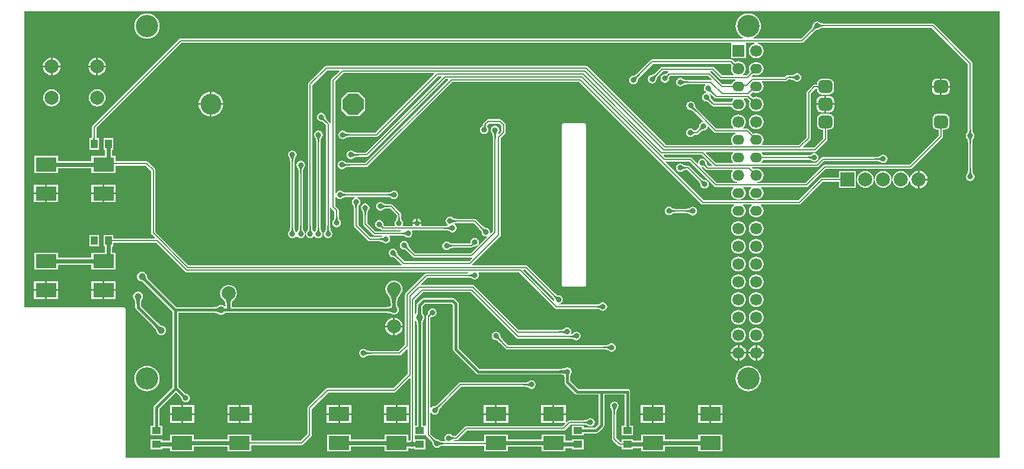
<source format=gtl>
G04*
G04 #@! TF.GenerationSoftware,Altium Limited,Altium Designer,21.0.6 (86)*
G04*
G04 Layer_Physical_Order=1*
G04 Layer_Color=255*
%FSLAX25Y25*%
%MOIN*%
G70*
G04*
G04 #@! TF.SameCoordinates,573F4C1C-41E7-4716-BA84-A8DF11FC348D*
G04*
G04*
G04 #@! TF.FilePolarity,Positive*
G04*
G01*
G75*
%ADD11C,0.00787*%
%ADD29R,0.04921X0.03937*%
%ADD30R,0.03937X0.04921*%
%ADD31R,0.11811X0.07874*%
%ADD32C,0.01575*%
%ADD33C,0.02362*%
%ADD34C,0.07874*%
%ADD35R,0.07874X0.07874*%
%ADD36P,0.12784X8X202.5*%
%ADD37C,0.11811*%
%ADD38C,0.06693*%
%ADD39O,0.06693X0.05512*%
%ADD40O,0.06693X0.05906*%
%ADD41R,0.06693X0.06693*%
G04:AMPARAMS|DCode=42|XSize=70.87mil|YSize=78.74mil|CornerRadius=17.72mil|HoleSize=0mil|Usage=FLASHONLY|Rotation=270.000|XOffset=0mil|YOffset=0mil|HoleType=Round|Shape=RoundedRectangle|*
%AMROUNDEDRECTD42*
21,1,0.07087,0.04331,0,0,270.0*
21,1,0.03543,0.07874,0,0,270.0*
1,1,0.03543,-0.02165,-0.01772*
1,1,0.03543,-0.02165,0.01772*
1,1,0.03543,0.02165,0.01772*
1,1,0.03543,0.02165,-0.01772*
%
%ADD42ROUNDEDRECTD42*%
%ADD43C,0.39370*%
%ADD44C,0.19685*%
%ADD45C,0.02756*%
%ADD46C,0.03150*%
%ADD47C,0.03937*%
%ADD48C,0.12598*%
%ADD49C,0.59055*%
G36*
X549977Y1204D02*
X58291Y1204D01*
Y84842D01*
X58199Y85303D01*
X57938Y85694D01*
X57547Y85955D01*
X57087Y86047D01*
X1204D01*
X1204Y252733D01*
X549977D01*
X549977Y1204D01*
D02*
G37*
%LPC*%
G36*
X70153Y251396D02*
X68764Y251260D01*
X67428Y250854D01*
X66197Y250196D01*
X65118Y249311D01*
X64233Y248232D01*
X63575Y247001D01*
X63169Y245665D01*
X63033Y244276D01*
X63169Y242886D01*
X63575Y241550D01*
X64233Y240319D01*
X65118Y239240D01*
X66197Y238355D01*
X67428Y237697D01*
X68764Y237292D01*
X70153Y237155D01*
X71543Y237292D01*
X72879Y237697D01*
X74110Y238355D01*
X75189Y239240D01*
X76074Y240319D01*
X76732Y241550D01*
X77138Y242886D01*
X77274Y244276D01*
X77138Y245665D01*
X76732Y247001D01*
X76074Y248232D01*
X75189Y249311D01*
X74110Y250196D01*
X72879Y250854D01*
X71543Y251260D01*
X70153Y251396D01*
D02*
G37*
G36*
X398917Y225417D02*
X398917Y225417D01*
X354206D01*
X354206Y225417D01*
X353746Y225325D01*
X353355Y225064D01*
X353355Y225064D01*
X345935Y217644D01*
X345601Y217337D01*
X344956Y216806D01*
X344688Y216616D01*
X344445Y216464D01*
X344238Y216357D01*
X344073Y216291D01*
X343965Y216264D01*
X343868Y216283D01*
X342947Y216100D01*
X342165Y215578D01*
X341643Y214796D01*
X341460Y213875D01*
X341643Y212953D01*
X342165Y212172D01*
X342947Y211649D01*
X343868Y211466D01*
X344790Y211649D01*
X345571Y212172D01*
X346094Y212953D01*
X346277Y213875D01*
X346257Y213971D01*
X346285Y214079D01*
X346351Y214244D01*
X346458Y214451D01*
X346609Y214694D01*
X346795Y214956D01*
X347653Y215956D01*
X354705Y223008D01*
X398416D01*
X398603Y222814D01*
X398987Y222369D01*
X399111Y222207D01*
X399153Y222143D01*
X398827Y221355D01*
X398685Y220276D01*
X398827Y219196D01*
X399243Y218191D01*
X399906Y217327D01*
X400138Y217149D01*
X400256Y217059D01*
X400086Y216559D01*
X393609D01*
X389336Y220832D01*
X388945Y221093D01*
X388484Y221185D01*
X388484Y221184D01*
X359944D01*
X359944Y221185D01*
X359483Y221093D01*
X359093Y220832D01*
X356409Y218148D01*
X356076Y217842D01*
X355430Y217310D01*
X355163Y217120D01*
X354920Y216969D01*
X354712Y216861D01*
X354547Y216796D01*
X354440Y216768D01*
X354343Y216787D01*
X353421Y216604D01*
X352640Y216082D01*
X352117Y215301D01*
X351934Y214379D01*
X352117Y213457D01*
X352640Y212676D01*
X353421Y212154D01*
X354343Y211970D01*
X355264Y212154D01*
X356046Y212676D01*
X356568Y213457D01*
X356751Y214379D01*
X356732Y214476D01*
X356759Y214583D01*
X356825Y214749D01*
X356933Y214956D01*
X357084Y215199D01*
X357269Y215460D01*
X358127Y216460D01*
X360443Y218776D01*
X363219D01*
X363370Y218276D01*
X363218Y218174D01*
X363218Y218174D01*
X362902Y217858D01*
X362717Y217680D01*
X362306Y217318D01*
X362152Y217196D01*
X362028Y217109D01*
X362006Y217096D01*
X361529Y217190D01*
X360607Y217007D01*
X359826Y216485D01*
X359304Y215704D01*
X359120Y214782D01*
X359304Y213860D01*
X359826Y213079D01*
X360607Y212557D01*
X361529Y212373D01*
X362451Y212557D01*
X363232Y213079D01*
X363754Y213860D01*
X363937Y214782D01*
X363843Y215259D01*
X363856Y215281D01*
X363931Y215387D01*
X364574Y216119D01*
X385918D01*
X387741Y214296D01*
X387494Y213836D01*
X387335Y213867D01*
X387215Y213891D01*
X387215Y213891D01*
X374328D01*
X373876Y213910D01*
X373043Y213990D01*
X372719Y214045D01*
X372441Y214110D01*
X372218Y214181D01*
X372055Y214251D01*
X371959Y214308D01*
X371904Y214390D01*
X371123Y214912D01*
X370201Y215095D01*
X369280Y214912D01*
X368498Y214390D01*
X367976Y213609D01*
X367793Y212687D01*
X367976Y211765D01*
X368498Y210984D01*
X369280Y210462D01*
X370201Y210278D01*
X371123Y210462D01*
X371904Y210984D01*
X371959Y211066D01*
X372055Y211122D01*
X372218Y211193D01*
X372441Y211263D01*
X372719Y211329D01*
X373035Y211382D01*
X374349Y211483D01*
X384106D01*
X384258Y210983D01*
X384130Y210898D01*
X383608Y210116D01*
X383425Y209194D01*
X383608Y208273D01*
X384130Y207491D01*
X384680Y207124D01*
X384574Y206594D01*
X384448Y206569D01*
X383933Y206466D01*
X383151Y205944D01*
X382629Y205163D01*
X382446Y204241D01*
X382629Y203319D01*
X383151Y202538D01*
X383933Y202016D01*
X384855Y201833D01*
X384951Y201852D01*
X385059Y201824D01*
X385224Y201759D01*
X385431Y201651D01*
X385675Y201500D01*
X385936Y201315D01*
X386936Y200457D01*
X387968Y199424D01*
X388359Y199163D01*
X388820Y199071D01*
X388820Y199071D01*
X398927D01*
X399169Y198489D01*
X399737Y197748D01*
X400477Y197180D01*
X401339Y196824D01*
X402264Y196702D01*
X403445D01*
X404370Y196824D01*
X405232Y197180D01*
X405972Y197748D01*
X406540Y198489D01*
X406897Y199351D01*
X407019Y200276D01*
X406897Y201201D01*
X406540Y202063D01*
X405972Y202803D01*
X405935Y202831D01*
X405817Y202922D01*
X405987Y203422D01*
X408005D01*
X408036Y203391D01*
X408588Y202779D01*
X408794Y202521D01*
X408954Y202297D01*
X409063Y202121D01*
X409106Y202029D01*
X408827Y201355D01*
X408685Y200276D01*
X408827Y199196D01*
X409243Y198191D01*
X409906Y197327D01*
X410770Y196665D01*
X411775Y196248D01*
X412854Y196106D01*
X413934Y196248D01*
X414939Y196665D01*
X415803Y197327D01*
X416465Y198191D01*
X416882Y199196D01*
X417024Y200276D01*
X416882Y201355D01*
X416465Y202360D01*
X415803Y203224D01*
X414939Y203887D01*
X413934Y204303D01*
X412854Y204445D01*
X411775Y204303D01*
X411100Y204024D01*
X411009Y204067D01*
X410833Y204175D01*
X410623Y204326D01*
X409728Y205105D01*
X409355Y205477D01*
X409337Y205665D01*
X410742Y207071D01*
X411339Y206823D01*
X412264Y206702D01*
X413445D01*
X414370Y206823D01*
X415232Y207181D01*
X415972Y207749D01*
X416540Y208489D01*
X416897Y209351D01*
X417019Y210276D01*
X416897Y211201D01*
X416540Y212063D01*
X416147Y212575D01*
X416077Y212666D01*
X416267Y213166D01*
X429418D01*
X429418Y213166D01*
X429879Y213258D01*
X430270Y213519D01*
X430901Y214150D01*
X431700D01*
X432153Y214131D01*
X432985Y214051D01*
X433309Y213996D01*
X433588Y213931D01*
X433810Y213860D01*
X433973Y213790D01*
X434069Y213734D01*
X434124Y213651D01*
X434905Y213129D01*
X435827Y212946D01*
X436749Y213129D01*
X437530Y213651D01*
X438052Y214433D01*
X438235Y215354D01*
X438052Y216276D01*
X437530Y217057D01*
X436749Y217580D01*
X435827Y217763D01*
X434905Y217580D01*
X434124Y217057D01*
X434069Y216975D01*
X433973Y216919D01*
X433810Y216848D01*
X433588Y216778D01*
X433309Y216713D01*
X432993Y216659D01*
X431679Y216559D01*
X430403D01*
X430403Y216559D01*
X429942Y216467D01*
X429551Y216206D01*
X428920Y215574D01*
X410790D01*
X410507Y215518D01*
X410260Y215979D01*
X411134Y216853D01*
X411169Y216883D01*
X411179Y216890D01*
X411339Y216824D01*
X412264Y216702D01*
X413445D01*
X414370Y216824D01*
X415232Y217180D01*
X415972Y217748D01*
X416540Y218489D01*
X416897Y219351D01*
X417019Y220276D01*
X416897Y221201D01*
X416540Y222062D01*
X415972Y222803D01*
X415232Y223371D01*
X414370Y223728D01*
X413445Y223850D01*
X412264D01*
X411339Y223728D01*
X410477Y223371D01*
X409737Y222803D01*
X409169Y222062D01*
X408812Y221201D01*
X408690Y220276D01*
X408812Y219351D01*
X409169Y218489D01*
X409254Y218378D01*
X407434Y216559D01*
X405622D01*
X405452Y217059D01*
X405624Y217190D01*
X405803Y217327D01*
X406465Y218191D01*
X406882Y219196D01*
X407024Y220276D01*
X406882Y221355D01*
X406465Y222360D01*
X405803Y223224D01*
X404939Y223886D01*
X403933Y224303D01*
X402854Y224445D01*
X401775Y224303D01*
X400987Y223977D01*
X400945Y224005D01*
X400085Y224748D01*
X399769Y225064D01*
X399378Y225325D01*
X398917Y225417D01*
D02*
G37*
G36*
X42626Y226469D02*
Y222055D01*
X47040D01*
X46936Y222844D01*
X46439Y224045D01*
X45647Y225076D01*
X44616Y225868D01*
X43415Y226365D01*
X42626Y226469D01*
D02*
G37*
G36*
X17035Y226469D02*
Y222055D01*
X21449D01*
X21345Y222844D01*
X20848Y224045D01*
X20056Y225076D01*
X19025Y225868D01*
X17824Y226365D01*
X17035Y226469D01*
D02*
G37*
G36*
X16035Y226469D02*
X15247Y226365D01*
X14046Y225868D01*
X13014Y225076D01*
X12223Y224045D01*
X11726Y222844D01*
X11622Y222055D01*
X16035D01*
Y226469D01*
D02*
G37*
G36*
X41626D02*
X40837Y226365D01*
X39636Y225868D01*
X38605Y225076D01*
X37813Y224045D01*
X37316Y222844D01*
X37212Y222055D01*
X41626D01*
Y226469D01*
D02*
G37*
G36*
X317132Y221769D02*
X317132Y221769D01*
X171057D01*
X171057Y221769D01*
X170596Y221678D01*
X170206Y221417D01*
X170206Y221417D01*
X161119Y212330D01*
X160858Y211939D01*
X160766Y211478D01*
X160766Y211478D01*
Y131301D01*
X160747Y130848D01*
X160667Y130016D01*
X160612Y129692D01*
X160547Y129413D01*
X160476Y129191D01*
X160406Y129027D01*
X160350Y128932D01*
X160267Y128877D01*
X159745Y128096D01*
X159626Y127498D01*
X159562Y127174D01*
X159745Y126252D01*
X160267Y125471D01*
X161049Y124949D01*
X161970Y124765D01*
X162892Y124949D01*
X163673Y125471D01*
X163911Y125827D01*
X163965Y125908D01*
X164567D01*
X164859Y125471D01*
X165640Y124949D01*
X166562Y124765D01*
X167484Y124949D01*
X168265Y125471D01*
X168787Y126252D01*
X168971Y127174D01*
X168787Y128096D01*
X168265Y128877D01*
X168183Y128932D01*
X168126Y129027D01*
X168056Y129191D01*
X167985Y129413D01*
X167920Y129692D01*
X167867Y130008D01*
X167766Y131322D01*
Y178863D01*
X167786Y179320D01*
X167868Y180149D01*
X167924Y180467D01*
X167991Y180739D01*
X168061Y180953D01*
X168131Y181105D01*
X168187Y181195D01*
X168213Y181223D01*
X168341Y181308D01*
X168863Y182090D01*
X169046Y183011D01*
X168863Y183933D01*
X168341Y184714D01*
X167559Y185237D01*
X166638Y185420D01*
X165716Y185237D01*
X164935Y184714D01*
X164413Y183933D01*
X164229Y183011D01*
X164413Y182090D01*
X164935Y181308D01*
X164980Y181278D01*
X165018Y181209D01*
X165085Y181044D01*
X165152Y180818D01*
X165213Y180536D01*
X165264Y180216D01*
X165358Y178898D01*
Y131301D01*
X165339Y130848D01*
X165259Y130016D01*
X165204Y129692D01*
X165139Y129413D01*
X165068Y129191D01*
X164998Y129027D01*
X164941Y128932D01*
X164859Y128877D01*
X164567Y128440D01*
X163965D01*
X163911Y128521D01*
X163820Y128657D01*
X163673Y128877D01*
X163591Y128932D01*
X163535Y129027D01*
X163464Y129191D01*
X163394Y129413D01*
X163329Y129692D01*
X163275Y130008D01*
X163174Y131322D01*
Y210979D01*
X171556Y219361D01*
X178225D01*
X178416Y218899D01*
X178333Y218815D01*
X176177Y216659D01*
X173952Y214434D01*
X173691Y214043D01*
X173599Y213583D01*
X173599Y213583D01*
Y189706D01*
X173445Y189650D01*
X173099Y189623D01*
X172890Y189935D01*
X172890D01*
D01*
X172890Y189935D01*
X171880Y190945D01*
X171573Y191279D01*
X171041Y191924D01*
X170851Y192192D01*
X170700Y192435D01*
X170593Y192642D01*
X170527Y192807D01*
X170499Y192915D01*
X170519Y193012D01*
X170335Y193933D01*
X169813Y194715D01*
X169032Y195237D01*
X168110Y195420D01*
X167189Y195237D01*
X166407Y194715D01*
X165885Y193933D01*
X165702Y193012D01*
X165885Y192090D01*
X166407Y191309D01*
X167189Y190787D01*
X168110Y190603D01*
X168207Y190623D01*
X168315Y190595D01*
X168480Y190529D01*
X168687Y190422D01*
X168930Y190271D01*
X169192Y190085D01*
X170191Y189228D01*
X170835Y188584D01*
Y131304D01*
X170816Y130850D01*
X170735Y130018D01*
X170680Y129695D01*
X170615Y129417D01*
X170544Y129195D01*
X170474Y129033D01*
X170416Y128936D01*
X170328Y128877D01*
X169806Y128096D01*
X169622Y127174D01*
X169806Y126252D01*
X170328Y125471D01*
X171109Y124949D01*
X172031Y124765D01*
X172952Y124949D01*
X173734Y125471D01*
X174256Y126252D01*
X174439Y127174D01*
X174256Y128096D01*
X173734Y128877D01*
X173658Y128928D01*
X173603Y129021D01*
X173532Y129186D01*
X173462Y129409D01*
X173397Y129689D01*
X173343Y130005D01*
X173243Y131319D01*
Y141692D01*
Y141924D01*
X173397Y141979D01*
X173743Y142007D01*
X173952Y141695D01*
X175629Y140018D01*
Y137599D01*
X175610Y137147D01*
X175530Y136314D01*
X175475Y135990D01*
X175410Y135712D01*
X175339Y135489D01*
X175269Y135326D01*
X175212Y135230D01*
X175130Y135176D01*
X174608Y134394D01*
X174425Y133472D01*
X174608Y132551D01*
X175130Y131769D01*
X175911Y131247D01*
X176833Y131064D01*
X177755Y131247D01*
X178536Y131769D01*
X179058Y132551D01*
X179242Y133472D01*
X179058Y134394D01*
X178536Y135176D01*
X178454Y135230D01*
X178397Y135326D01*
X178327Y135489D01*
X178256Y135712D01*
X178191Y135990D01*
X178138Y136306D01*
X178037Y137620D01*
Y140517D01*
X177946Y140978D01*
X177685Y141368D01*
X177684Y141368D01*
X176007Y143045D01*
Y147995D01*
Y148012D01*
X176471Y148315D01*
X176507Y148310D01*
X177006Y147565D01*
X177787Y147043D01*
X178709Y146859D01*
X179630Y147043D01*
X180412Y147565D01*
X180467Y147647D01*
X180562Y147703D01*
X180725Y147774D01*
X180948Y147844D01*
X181226Y147909D01*
X181542Y147963D01*
X182856Y148064D01*
X187140D01*
X187189Y147564D01*
X186874Y147501D01*
X186832Y147473D01*
D01*
X186394Y147180D01*
X186092Y146979D01*
X185570Y146197D01*
X185387Y145276D01*
X185570Y144354D01*
X186092Y143572D01*
X186174Y143518D01*
X186231Y143422D01*
X186301Y143259D01*
X186372Y143036D01*
X186437Y142758D01*
X186490Y142442D01*
X186591Y141128D01*
Y131890D01*
X186591Y131890D01*
X186683Y131429D01*
X186944Y131038D01*
X194523Y123459D01*
X194914Y123198D01*
X195375Y123106D01*
X200437D01*
X200889Y123087D01*
X201722Y123007D01*
X202046Y122952D01*
X202324Y122887D01*
X202547Y122816D01*
X202710Y122746D01*
X202806Y122689D01*
X202861Y122607D01*
X203642Y122085D01*
X204564Y121902D01*
X205485Y122085D01*
X206267Y122607D01*
X206789Y123389D01*
X206972Y124310D01*
X206789Y125232D01*
X206391Y125827D01*
X206628Y126327D01*
X212953D01*
X213406Y126308D01*
X214239Y126228D01*
X214563Y126173D01*
X214841Y126108D01*
X215064Y126037D01*
X215227Y125967D01*
X215322Y125911D01*
X215377Y125828D01*
X216159Y125306D01*
X217080Y125123D01*
X218002Y125306D01*
X218783Y125828D01*
X219306Y126610D01*
X219489Y127531D01*
X219306Y128453D01*
X219160Y128672D01*
X219099Y128762D01*
X219366Y129262D01*
X237838D01*
X238290Y129243D01*
X239123Y129163D01*
X239447Y129108D01*
X239725Y129043D01*
X239948Y128972D01*
X240111Y128902D01*
X240207Y128846D01*
X240262Y128763D01*
X241043Y128241D01*
X241965Y128058D01*
X242886Y128241D01*
X243668Y128763D01*
X244190Y129545D01*
X244373Y130466D01*
X244190Y131388D01*
X243668Y132169D01*
X243095Y132552D01*
D01*
X242994Y132620D01*
X242988Y132646D01*
X243004Y133042D01*
X243038Y133146D01*
X243162Y133175D01*
X243212Y133183D01*
X243478Y133228D01*
X244792Y133329D01*
X253992D01*
X256967Y130354D01*
X257273Y130020D01*
X257805Y129375D01*
X257995Y129108D01*
X258146Y128864D01*
X258254Y128657D01*
X258319Y128492D01*
X258347Y128384D01*
X258328Y128287D01*
X258511Y127366D01*
X259033Y126584D01*
X259814Y126062D01*
X260736Y125879D01*
X261272Y125986D01*
X261519Y125525D01*
X257288Y121294D01*
X256912Y120918D01*
X256240Y120247D01*
X252356Y116362D01*
X221070D01*
X218632Y118800D01*
X218325Y119133D01*
X217793Y119779D01*
X217603Y120046D01*
X217452Y120289D01*
X217345Y120496D01*
X217279Y120662D01*
X217251Y120769D01*
X217271Y120866D01*
X217087Y121788D01*
X216565Y122569D01*
X215784Y123091D01*
X214862Y123275D01*
X213941Y123091D01*
X213159Y122569D01*
X212637Y121788D01*
X212454Y120866D01*
X212637Y119945D01*
X213159Y119163D01*
X213941Y118641D01*
X214862Y118458D01*
X214959Y118477D01*
X215067Y118449D01*
X215232Y118384D01*
X215439Y118276D01*
X215682Y118125D01*
X215943Y117940D01*
X216943Y117082D01*
X219719Y114306D01*
X219719Y114306D01*
X220110Y114045D01*
X220571Y113953D01*
X252783D01*
X252910Y113785D01*
X253012Y113475D01*
X252921Y113384D01*
D01*
X251470Y111933D01*
X214869D01*
X212333Y114469D01*
X212026Y114802D01*
X211494Y115448D01*
X211304Y115715D01*
X211153Y115959D01*
X211046Y116166D01*
X210980Y116331D01*
X210952Y116438D01*
X210971Y116535D01*
X210788Y117457D01*
X210266Y118238D01*
X209485Y118761D01*
X208563Y118944D01*
X207641Y118761D01*
X206860Y118238D01*
X206338Y117457D01*
X206154Y116535D01*
X206338Y115614D01*
X206860Y114832D01*
X207641Y114310D01*
X208563Y114127D01*
X208660Y114146D01*
X208767Y114119D01*
X208933Y114053D01*
X209140Y113946D01*
X209383Y113795D01*
X209644Y113609D01*
X210644Y112751D01*
X213325Y110070D01*
X213118Y109570D01*
X93609D01*
X74925Y128255D01*
Y163189D01*
X74833Y163650D01*
X74572Y164041D01*
X70832Y167781D01*
X70441Y168042D01*
X69980Y168133D01*
X69980Y168133D01*
X52362D01*
Y171121D01*
X50438D01*
Y174705D01*
X51187D01*
Y181201D01*
X45676D01*
Y174705D01*
X46424D01*
Y171121D01*
X38976D01*
Y168403D01*
X20079D01*
Y171121D01*
X6693D01*
Y161672D01*
X20079D01*
Y164389D01*
X38976D01*
Y161672D01*
X52362D01*
Y165725D01*
X69481D01*
X72516Y162690D01*
Y127756D01*
X72516Y127756D01*
X72608Y127295D01*
X72869Y126904D01*
X74682Y125091D01*
X74491Y124629D01*
X51187D01*
Y126673D01*
X45676D01*
Y120177D01*
X46481D01*
X46522Y117829D01*
X46485Y116651D01*
X38976D01*
Y113934D01*
X20079D01*
Y116651D01*
X6693D01*
Y107202D01*
X20079D01*
Y109920D01*
X38976D01*
Y107202D01*
X52362D01*
Y116651D01*
X50861D01*
X50513Y117010D01*
X50536Y117752D01*
X50531Y117783D01*
X50537Y117815D01*
Y117815D01*
X50533Y117833D01*
X50537Y117850D01*
X50502Y119820D01*
X50853Y120177D01*
X51187D01*
Y122221D01*
X75325D01*
X91606Y105940D01*
X91997Y105679D01*
X92458Y105587D01*
X250784D01*
X250804Y105087D01*
X250264Y105043D01*
X227362D01*
X227362Y105043D01*
X226901Y104951D01*
X226511Y104690D01*
X226511Y104690D01*
X215585Y93765D01*
X215324Y93374D01*
X215233Y92913D01*
X215233Y92913D01*
Y64771D01*
X211798Y61335D01*
X196022D01*
X195569Y61354D01*
X194736Y61435D01*
X194413Y61489D01*
X194134Y61555D01*
X193912Y61625D01*
X193748Y61696D01*
X193653Y61752D01*
X193598Y61834D01*
X192816Y62356D01*
X191895Y62540D01*
X190973Y62356D01*
X190192Y61834D01*
X189670Y61053D01*
X189486Y60131D01*
X189670Y59210D01*
X190192Y58428D01*
X190973Y57906D01*
X191895Y57723D01*
X192816Y57906D01*
X193598Y58428D01*
X193653Y58510D01*
X193748Y58567D01*
X193912Y58637D01*
X194134Y58708D01*
X194413Y58773D01*
X194729Y58826D01*
X196042Y58927D01*
X212297D01*
X212297Y58927D01*
X212757Y59019D01*
X213148Y59280D01*
X216262Y62394D01*
D01*
X216346Y62477D01*
X216808Y62286D01*
Y48333D01*
X208950Y40476D01*
X171752D01*
X171291Y40384D01*
X170900Y40123D01*
X170900Y40123D01*
X160763Y29985D01*
X160502Y29595D01*
X160410Y29134D01*
X160410Y29134D01*
Y14574D01*
X156588Y10751D01*
X128922D01*
Y14272D01*
X115536D01*
Y11554D01*
X96639D01*
Y14272D01*
X83253D01*
Y10761D01*
X78740D01*
Y11509D01*
X72244D01*
Y5998D01*
X78740D01*
Y6746D01*
X83253D01*
Y4823D01*
X96639D01*
Y7540D01*
X115536D01*
Y4823D01*
X128922D01*
Y8343D01*
X157087D01*
X157087Y8343D01*
X157547Y8435D01*
X157938Y8696D01*
X162466Y13223D01*
X162466Y13223D01*
X162727Y13614D01*
X162818Y14075D01*
Y28635D01*
X172251Y38067D01*
X209449D01*
X209449Y38067D01*
X209910Y38159D01*
X210300Y38420D01*
X217837Y45957D01*
D01*
X217920Y46040D01*
X218382Y45849D01*
Y11046D01*
X218074Y10985D01*
X217739Y10761D01*
X217181D01*
Y10909D01*
Y14272D01*
X203796D01*
Y11554D01*
X184898D01*
Y14272D01*
X171512D01*
Y4823D01*
X184898D01*
Y7540D01*
X203796D01*
Y4823D01*
X217181D01*
Y6626D01*
Y6746D01*
X217757D01*
X218074Y6535D01*
X218996Y6351D01*
X219783Y6508D01*
X219874Y6526D01*
X219946Y6517D01*
X220374Y6238D01*
Y5998D01*
X226870D01*
Y11509D01*
X220791D01*
Y13872D01*
X226684D01*
X226684Y13872D01*
X226785D01*
X227025Y13787D01*
X227277Y13647D01*
X227495Y13322D01*
X229498Y11319D01*
X229805Y10985D01*
X230337Y10340D01*
X230527Y10072D01*
X230678Y9829D01*
X230785Y9622D01*
X230851Y9456D01*
X230878Y9349D01*
X230859Y9252D01*
X231043Y8330D01*
X231565Y7549D01*
X232346Y7027D01*
X233268Y6843D01*
X234189Y7027D01*
X234971Y7549D01*
X235026Y7631D01*
X235121Y7688D01*
X235284Y7758D01*
X235507Y7829D01*
X235786Y7894D01*
X236102Y7947D01*
X237415Y8048D01*
X259772D01*
Y4823D01*
X273158D01*
Y7540D01*
X292055D01*
Y4823D01*
X305441D01*
Y6746D01*
X309154D01*
Y5998D01*
X315650D01*
Y11509D01*
X309154D01*
Y10761D01*
X305441D01*
Y14272D01*
X292055D01*
Y11554D01*
X273158D01*
Y14272D01*
X259772D01*
Y10456D01*
X242693D01*
X242547Y10956D01*
X242663Y11031D01*
X242905Y11047D01*
X243692Y11099D01*
X244193D01*
X244193Y11099D01*
X244654Y11191D01*
X245044Y11452D01*
X250203Y16611D01*
X304527D01*
X304528Y16611D01*
X304988Y16702D01*
X305379Y16963D01*
X308373Y19957D01*
X315460D01*
X315912Y19938D01*
X316745Y19858D01*
X317069Y19803D01*
X317347Y19738D01*
X317570Y19667D01*
X317733Y19597D01*
X317829Y19541D01*
X317884Y19458D01*
X318665Y18936D01*
X319587Y18753D01*
X319943Y18824D01*
D01*
X320508Y18936D01*
X321290Y19458D01*
X321812Y20240D01*
X321995Y21161D01*
X321812Y22083D01*
X321290Y22864D01*
X320508Y23387D01*
X319587Y23570D01*
X318665Y23387D01*
X317884Y22864D01*
X317829Y22782D01*
X317733Y22726D01*
X317570Y22656D01*
X317347Y22585D01*
X317069Y22520D01*
X316753Y22466D01*
X315439Y22366D01*
X307874D01*
X307874Y22366D01*
X307413Y22274D01*
X307023Y22013D01*
X306244Y21235D01*
X306154Y21144D01*
X305654Y21351D01*
Y21479D01*
Y25386D01*
X299248D01*
Y20949D01*
X305251D01*
X305458Y20449D01*
X304029Y19019D01*
X249705D01*
X249705Y19019D01*
X249244Y18927D01*
X248853Y18666D01*
X248853Y18666D01*
X243698Y13511D01*
X243295Y13520D01*
X242580Y13580D01*
X242313Y13621D01*
X242095Y13668D01*
X241938Y13715D01*
X241851Y13753D01*
X241839Y13760D01*
X241804Y13796D01*
X241664Y14006D01*
X240882Y14528D01*
X239961Y14712D01*
X239039Y14528D01*
X238258Y14006D01*
X237736Y13225D01*
X237552Y12303D01*
X237736Y11382D01*
X238020Y10956D01*
X237752Y10456D01*
X237395D01*
X236942Y10475D01*
X236109Y10555D01*
X235786Y10610D01*
X235507Y10675D01*
X235284Y10746D01*
X235121Y10816D01*
X235026Y10873D01*
X234971Y10955D01*
X234189Y11477D01*
X233268Y11660D01*
X233171Y11641D01*
X233063Y11669D01*
X232898Y11734D01*
X232691Y11842D01*
X232448Y11993D01*
X232187Y12178D01*
X231187Y13036D01*
X229551Y14672D01*
Y26286D01*
D01*
Y26449D01*
X230051Y26601D01*
X230285Y26250D01*
X231066Y25728D01*
X231988Y25544D01*
X232910Y25728D01*
X233691Y26250D01*
X234213Y27031D01*
X234397Y27953D01*
X234377Y28050D01*
X234405Y28157D01*
X234471Y28322D01*
X234578Y28530D01*
X234729Y28773D01*
X234915Y29034D01*
X235772Y30034D01*
X246955Y41217D01*
X282290D01*
X282743Y41198D01*
X283576Y41118D01*
X283899Y41063D01*
X284178Y40998D01*
X284401Y40927D01*
X284564Y40857D01*
X284659Y40800D01*
X284714Y40718D01*
X285496Y40196D01*
X286417Y40013D01*
X287339Y40196D01*
X288120Y40718D01*
X288643Y41500D01*
X288826Y42421D01*
X288643Y43343D01*
X288120Y44124D01*
X287339Y44646D01*
X286417Y44830D01*
X285496Y44646D01*
X284714Y44124D01*
X284659Y44042D01*
X284564Y43986D01*
X284401Y43915D01*
X284178Y43845D01*
X283899Y43780D01*
X283583Y43726D01*
X282270Y43626D01*
X246457D01*
X246457Y43626D01*
X245996Y43534D01*
X245605Y43273D01*
X234055Y31722D01*
X233721Y31416D01*
X233076Y30884D01*
X232808Y30694D01*
X232565Y30543D01*
X232358Y30435D01*
X232192Y30369D01*
X232085Y30342D01*
X231988Y30361D01*
X231066Y30178D01*
X230285Y29656D01*
X230141Y29441D01*
D01*
X230051Y29305D01*
X229551Y29457D01*
Y29620D01*
Y80107D01*
X229831Y80375D01*
X230135Y80634D01*
X230182Y80669D01*
X230709Y80564D01*
X231630Y80747D01*
X232412Y81269D01*
X232934Y82051D01*
X233117Y82972D01*
X232934Y83894D01*
X232412Y84676D01*
X231630Y85198D01*
X230709Y85381D01*
X229787Y85198D01*
X229006Y84676D01*
X228484Y83894D01*
X228300Y82972D01*
X228403Y82457D01*
X227778Y81744D01*
X227495Y81462D01*
X227234Y81071D01*
X227142Y80610D01*
X227142Y80610D01*
Y19771D01*
X226870Y19384D01*
D01*
D01*
X226851D01*
X226642Y19384D01*
X225228D01*
Y75749D01*
X225230Y75941D01*
X225283Y77030D01*
X225369Y77838D01*
X225417Y78110D01*
X225466Y78298D01*
X225495Y78371D01*
X225534Y78431D01*
X225540Y78446D01*
X225833Y78827D01*
X226110Y79497D01*
X226205Y80216D01*
X226110Y80936D01*
X225833Y81606D01*
X225391Y82182D01*
X225380Y82190D01*
X225338Y82278D01*
X225277Y82468D01*
X225214Y82747D01*
X225159Y83085D01*
X225031Y85113D01*
Y86540D01*
X226452Y87961D01*
X241559D01*
X242292Y87229D01*
Y62402D01*
X242292Y62402D01*
X242414Y61787D01*
X242762Y61266D01*
X255450Y48579D01*
X255450Y48579D01*
X255971Y48230D01*
X256585Y48108D01*
X256585Y48108D01*
X303081D01*
X304104Y48074D01*
X304731Y48016D01*
X304912Y47987D01*
X305042Y45955D01*
Y43845D01*
X305042Y43845D01*
X305164Y43230D01*
X305512Y42709D01*
X310971Y37251D01*
X311492Y36902D01*
X312106Y36780D01*
X312106Y36780D01*
X324182D01*
Y20153D01*
X322262Y18233D01*
X315650D01*
Y19384D01*
X309154D01*
Y13872D01*
X315650D01*
Y15022D01*
X322927D01*
X322927Y15022D01*
X323541Y15144D01*
X324062Y15492D01*
X326923Y18353D01*
X326923Y18353D01*
X327271Y18874D01*
X327393Y19488D01*
X327393Y19488D01*
Y36780D01*
X338749D01*
Y19384D01*
X337106D01*
Y13872D01*
X343602D01*
Y19384D01*
X341960D01*
Y38386D01*
X341838Y39000D01*
X341490Y39521D01*
X340969Y39869D01*
X340354Y39992D01*
X312771D01*
X308253Y44510D01*
Y46148D01*
X308287Y47171D01*
X308345Y47798D01*
X308377Y47999D01*
X308396Y48079D01*
X308873Y48792D01*
X309056Y49714D01*
X308873Y50636D01*
X308350Y51417D01*
X307569Y51939D01*
X306647Y52122D01*
X305726Y51939D01*
X305013Y51463D01*
X304970Y51453D01*
X302889Y51320D01*
X257250D01*
X245503Y63067D01*
Y87894D01*
X245381Y88508D01*
X245033Y89029D01*
X245033Y89029D01*
X243360Y90702D01*
X242839Y91050D01*
X242224Y91173D01*
X242224Y91173D01*
X225787D01*
X225787Y91173D01*
X225173Y91050D01*
X224652Y90702D01*
X224652Y90702D01*
X222290Y88340D01*
X221942Y87819D01*
X221819Y87205D01*
X221819Y87205D01*
Y85002D01*
X221783Y84043D01*
X221693Y83098D01*
X221637Y82747D01*
X221573Y82468D01*
X221538Y82359D01*
X221291Y82178D01*
X220791Y82428D01*
Y82785D01*
Y89855D01*
X225400Y94465D01*
X252159D01*
X277987Y68637D01*
X277987Y68637D01*
X278378Y68376D01*
X278839Y68284D01*
X278839Y68284D01*
X307731D01*
X308615Y68249D01*
X309367Y68174D01*
X309646Y68128D01*
X309870Y68077D01*
X310025Y68027D01*
X310103Y67992D01*
X310182Y67938D01*
X310191Y67934D01*
X310753Y67558D01*
X311675Y67375D01*
X312596Y67558D01*
X313378Y68080D01*
X313900Y68862D01*
X314083Y69784D01*
X313900Y70705D01*
X313378Y71487D01*
X312596Y72009D01*
X311675Y72192D01*
X310753Y72009D01*
X309972Y71487D01*
X309779Y71198D01*
X309755Y71179D01*
X309684Y71098D01*
X309632Y71058D01*
X309513Y70996D01*
X309326Y70926D01*
X309074Y70858D01*
X309064Y70856D01*
X308765Y71308D01*
X308774Y71322D01*
X308958Y72244D01*
X308774Y73166D01*
X308252Y73947D01*
X307471Y74469D01*
X306549Y74653D01*
X305627Y74469D01*
X304846Y73947D01*
X304717Y73754D01*
X304717Y73753D01*
X304633Y73667D01*
X304564Y73618D01*
X304430Y73552D01*
X304231Y73482D01*
X303970Y73414D01*
X303669Y73359D01*
X302360Y73251D01*
X279239D01*
X254296Y98194D01*
X253906Y98455D01*
X253445Y98547D01*
X253445Y98547D01*
X224427D01*
X224235Y99009D01*
X227861Y102634D01*
X250200D01*
X250888Y102620D01*
X251321Y102594D01*
X252072Y102508D01*
X252348Y102456D01*
X252573Y102397D01*
X252732Y102340D01*
X252757Y102328D01*
X253532Y101810D01*
X254454Y101627D01*
X255375Y101810D01*
X256157Y102332D01*
X256679Y103114D01*
X256862Y104035D01*
X256679Y104957D01*
X256606Y105066D01*
D01*
X256553Y105146D01*
X256788Y105587D01*
X279521D01*
X299739Y85369D01*
X299739Y85369D01*
X300130Y85108D01*
X300591Y85016D01*
X322282D01*
X322981Y85000D01*
X323823Y84931D01*
X324154Y84883D01*
X324438Y84826D01*
X324663Y84765D01*
X324825Y84704D01*
X324865Y84683D01*
X324877Y84665D01*
X325658Y84143D01*
X326580Y83960D01*
X327501Y84143D01*
X328283Y84665D01*
X328805Y85447D01*
X328988Y86368D01*
X328805Y87290D01*
X328283Y88072D01*
X327501Y88594D01*
X326580Y88777D01*
X325658Y88594D01*
X324877Y88072D01*
X324765Y87905D01*
X324703Y87843D01*
X324625Y87791D01*
X324484Y87724D01*
X324279Y87653D01*
X324014Y87586D01*
X323709Y87531D01*
X322398Y87425D01*
X301967D01*
X301918Y87925D01*
X302585Y88057D01*
X303366Y88579D01*
X303889Y89361D01*
X304072Y90283D01*
X303889Y91204D01*
X303366Y91986D01*
X302585Y92508D01*
X301663Y92691D01*
X301465Y92651D01*
X301375Y92652D01*
X301284Y92670D01*
X301136Y92722D01*
X300942Y92816D01*
X300707Y92956D01*
X300452Y93133D01*
X299451Y93985D01*
X284218Y109218D01*
X283827Y109479D01*
X283366Y109570D01*
X283366Y109570D01*
X253221D01*
X253014Y110070D01*
X256896Y113953D01*
X268765Y125822D01*
X268765Y125822D01*
X269026Y126212D01*
X269118Y126673D01*
X269118Y126673D01*
Y181194D01*
X271521Y183597D01*
X271782Y183988D01*
X271873Y184449D01*
Y188590D01*
X271873Y188590D01*
X271782Y189051D01*
X271521Y189442D01*
X269552Y191410D01*
X269162Y191672D01*
X268701Y191763D01*
X268701Y191763D01*
X262016D01*
X261555Y191672D01*
X261164Y191410D01*
X261164Y191410D01*
X259461Y189707D01*
X259200Y189316D01*
X259108Y188856D01*
X259108Y188856D01*
Y188415D01*
X259103Y188151D01*
X259099Y188087D01*
X258939Y188055D01*
X258157Y187533D01*
X257635Y186752D01*
X257452Y185830D01*
X257635Y184908D01*
X258157Y184127D01*
X258939Y183605D01*
X259860Y183422D01*
X260782Y183605D01*
X261563Y184127D01*
X262085Y184908D01*
X262269Y185830D01*
X262085Y186752D01*
X261577Y187512D01*
X261534Y188374D01*
X262514Y189355D01*
X268202D01*
X269465Y188092D01*
Y184948D01*
X268410Y183893D01*
X268160Y183643D01*
X267617Y183711D01*
X267574Y183764D01*
X267620Y184007D01*
X267648Y184025D01*
X267771Y184209D01*
D01*
X268170Y184807D01*
X268353Y185728D01*
X268170Y186650D01*
X267648Y187431D01*
X266867Y187953D01*
X265945Y188137D01*
X265023Y187953D01*
X264242Y187431D01*
X263720Y186650D01*
X263537Y185728D01*
X263720Y184807D01*
X264242Y184025D01*
X264324Y183970D01*
X264381Y183875D01*
X264451Y183712D01*
X264522Y183489D01*
X264587Y183211D01*
X264640Y182895D01*
X264741Y181581D01*
Y128747D01*
X264434Y128440D01*
X263614Y127620D01*
X263499Y127505D01*
X263038Y127751D01*
X263145Y128287D01*
X262961Y129209D01*
X262439Y129990D01*
X261658Y130513D01*
X260736Y130696D01*
X260639Y130677D01*
X260532Y130704D01*
X260367Y130770D01*
X260159Y130877D01*
X259916Y131028D01*
X259655Y131214D01*
X258655Y132072D01*
X255342Y135385D01*
X254951Y135646D01*
X254491Y135737D01*
X254490Y135737D01*
X244771D01*
X244319Y135756D01*
X243486Y135836D01*
X243162Y135891D01*
X242884Y135956D01*
X242661Y136027D01*
X242498Y136097D01*
X242402Y136154D01*
X242348Y136236D01*
X241566Y136758D01*
X240644Y136942D01*
X239723Y136758D01*
X238941Y136236D01*
X238419Y135455D01*
X238236Y134533D01*
X238419Y133611D01*
X238941Y132830D01*
X239615Y132380D01*
X239621Y132353D01*
X239605Y131957D01*
X239571Y131854D01*
X239447Y131825D01*
X239397Y131816D01*
X239131Y131771D01*
X237817Y131671D01*
X224539D01*
X224340Y132171D01*
X224566Y132718D01*
X224589Y132890D01*
X219527D01*
X219549Y132718D01*
X219689Y132380D01*
X219776Y132171D01*
X219576Y131671D01*
X214129D01*
X213893Y132112D01*
X214019Y132301D01*
X214203Y133222D01*
X214019Y134144D01*
X213497Y134925D01*
X213467Y134945D01*
X213438Y134999D01*
X213375Y135163D01*
X213311Y135388D01*
X213252Y135671D01*
X213203Y135994D01*
X213114Y137313D01*
Y138287D01*
X213114Y138287D01*
X213022Y138748D01*
X212761Y139139D01*
X212761Y139139D01*
X208252Y143648D01*
X207861Y143909D01*
X207400Y144001D01*
X207400Y144001D01*
X205576D01*
X205123Y144020D01*
X204290Y144100D01*
X203967Y144155D01*
X203688Y144220D01*
X203466Y144291D01*
X203302Y144361D01*
X203207Y144417D01*
X203152Y144500D01*
X202370Y145022D01*
X201449Y145205D01*
X200527Y145022D01*
X199746Y144500D01*
X199224Y143718D01*
X199040Y142797D01*
X199224Y141875D01*
X199746Y141094D01*
X200527Y140571D01*
X201449Y140388D01*
X202370Y140571D01*
X203152Y141094D01*
X203207Y141176D01*
X203302Y141232D01*
X203466Y141302D01*
X203688Y141373D01*
X203967Y141438D01*
X204283Y141492D01*
X205596Y141592D01*
X206902D01*
X210705Y137789D01*
Y137389D01*
X210649Y136475D01*
X210603Y136104D01*
X210545Y135779D01*
X210479Y135511D01*
X210408Y135302D01*
X210340Y135156D01*
X210285Y135072D01*
X210240Y135025D01*
X210091Y134925D01*
X209569Y134144D01*
X209386Y133222D01*
X209569Y132301D01*
X209642Y132192D01*
D01*
X209695Y132112D01*
X209460Y131671D01*
X203569D01*
X203504Y131736D01*
X203155Y132122D01*
X203266Y132679D01*
X203082Y133601D01*
X202560Y134382D01*
X201779Y134905D01*
X200857Y135088D01*
X199936Y134905D01*
X199154Y134382D01*
X198632Y133601D01*
X198449Y132679D01*
X198632Y131758D01*
X199154Y130976D01*
X199936Y130454D01*
X200857Y130271D01*
X201392Y130377D01*
X201950Y129884D01*
X202219Y129615D01*
X202609Y129354D01*
X202749Y129326D01*
X203070Y129262D01*
X212654D01*
X212820Y128762D01*
X212784Y128736D01*
X198755D01*
X194118Y133373D01*
Y137884D01*
X194137Y138337D01*
X194217Y139170D01*
X194272Y139494D01*
X194337Y139772D01*
X194407Y139995D01*
X194478Y140158D01*
X194534Y140253D01*
X194616Y140308D01*
X195139Y141090D01*
X195322Y142011D01*
X195139Y142933D01*
X194616Y143715D01*
X193835Y144237D01*
X192913Y144420D01*
X191992Y144237D01*
X191210Y143715D01*
X190688Y142933D01*
X190505Y142011D01*
X190688Y141090D01*
X191210Y140308D01*
X191293Y140253D01*
X191349Y140158D01*
X191419Y139995D01*
X191490Y139772D01*
X191555Y139494D01*
X191609Y139178D01*
X191709Y137864D01*
Y132874D01*
X191709Y132874D01*
X191801Y132413D01*
X192062Y132023D01*
X197405Y126680D01*
X197405Y126680D01*
X197795Y126419D01*
X198256Y126327D01*
X202493D01*
X202500Y126314D01*
X202600Y125827D01*
X202547Y125804D01*
X202324Y125734D01*
X202046Y125669D01*
X201730Y125615D01*
X200416Y125514D01*
X195874D01*
X188999Y132389D01*
Y141149D01*
X189018Y141601D01*
X189099Y142434D01*
X189154Y142758D01*
X189219Y143036D01*
X189289Y143259D01*
X189360Y143422D01*
X189416Y143518D01*
X189498Y143572D01*
X190020Y144354D01*
X190204Y145276D01*
X190020Y146197D01*
X189498Y146979D01*
X188759Y147473D01*
X188717Y147501D01*
X188402Y147564D01*
X188451Y148064D01*
X204897D01*
X205349Y148044D01*
X206182Y147964D01*
X206506Y147909D01*
X206785Y147844D01*
X207007Y147774D01*
X207170Y147703D01*
X207266Y147647D01*
X207321Y147565D01*
X208102Y147043D01*
X209024Y146859D01*
X209945Y147043D01*
X210727Y147565D01*
X211249Y148346D01*
X211432Y149268D01*
X211249Y150189D01*
X210727Y150971D01*
X209945Y151493D01*
X209024Y151676D01*
X208102Y151493D01*
X207321Y150971D01*
X207266Y150889D01*
X207170Y150832D01*
X207007Y150762D01*
X206785Y150691D01*
X206506Y150626D01*
X206190Y150573D01*
X204876Y150472D01*
X182836D01*
X182383Y150491D01*
X181550Y150571D01*
X181226Y150626D01*
X180948Y150691D01*
X180725Y150762D01*
X180562Y150832D01*
X180467Y150889D01*
X180412Y150971D01*
X179630Y151493D01*
X178709Y151676D01*
X177787Y151493D01*
X177006Y150971D01*
X176507Y150225D01*
X176471Y150221D01*
X176007Y150523D01*
Y150540D01*
Y213084D01*
X180710Y217786D01*
X231571D01*
X231763Y217324D01*
X198648Y184210D01*
X184424D01*
X183972Y184229D01*
X183139Y184309D01*
X182815Y184364D01*
X182536Y184429D01*
X182314Y184500D01*
X182151Y184570D01*
X182055Y184626D01*
X182000Y184708D01*
X181219Y185231D01*
X180297Y185414D01*
X179376Y185231D01*
X178594Y184708D01*
X178072Y183927D01*
X177889Y183005D01*
X178072Y182084D01*
X178594Y181302D01*
X179376Y180780D01*
X180297Y180597D01*
X181219Y180780D01*
X182000Y181302D01*
X182055Y181385D01*
X182151Y181441D01*
X182314Y181511D01*
X182536Y181582D01*
X182815Y181647D01*
X183131Y181701D01*
X184445Y181801D01*
X199147D01*
X199147Y181801D01*
X199608Y181893D01*
X199999Y182154D01*
X233865Y216020D01*
X235711D01*
X235902Y215558D01*
X193341Y172997D01*
X188929D01*
X188476Y173016D01*
X187644Y173096D01*
X187320Y173151D01*
X187041Y173216D01*
X186819Y173287D01*
X186655Y173357D01*
X186560Y173413D01*
X186505Y173496D01*
X185724Y174018D01*
X184802Y174201D01*
X183880Y174018D01*
X183099Y173496D01*
X182577Y172714D01*
X182394Y171792D01*
X182577Y170871D01*
X183099Y170089D01*
X183880Y169567D01*
X184802Y169384D01*
X185724Y169567D01*
X186505Y170089D01*
X186560Y170172D01*
X186655Y170228D01*
X186819Y170299D01*
X187041Y170369D01*
X187320Y170434D01*
X187636Y170488D01*
X188950Y170588D01*
X193840D01*
X193840Y170588D01*
X194301Y170680D01*
X194691Y170941D01*
X238196Y214445D01*
X239353D01*
X239544Y213983D01*
X192870Y167310D01*
X183889D01*
X183436Y167329D01*
X182604Y167409D01*
X182280Y167464D01*
X182001Y167529D01*
X181779Y167600D01*
X181615Y167670D01*
X181520Y167726D01*
X181465Y167808D01*
X180684Y168331D01*
X179762Y168514D01*
X178840Y168331D01*
X178059Y167808D01*
X177537Y167027D01*
X177354Y166105D01*
X177537Y165184D01*
X178059Y164402D01*
X178840Y163880D01*
X179762Y163697D01*
X180684Y163880D01*
X181465Y164402D01*
X181520Y164485D01*
X181615Y164541D01*
X181779Y164611D01*
X182001Y164682D01*
X182280Y164747D01*
X182596Y164801D01*
X183910Y164901D01*
X193369D01*
X193369Y164901D01*
X193830Y164993D01*
X194221Y165254D01*
X241837Y212871D01*
X313182D01*
X381924Y144129D01*
X382315Y143868D01*
X382776Y143776D01*
X382776Y143776D01*
X400205D01*
X400354Y143276D01*
X399737Y142803D01*
X399169Y142062D01*
X398812Y141201D01*
X398690Y140276D01*
X398812Y139351D01*
X399169Y138489D01*
X399737Y137749D01*
X400477Y137180D01*
X401339Y136823D01*
X402264Y136702D01*
X403445D01*
X404370Y136823D01*
X405232Y137180D01*
X405972Y137749D01*
X406540Y138489D01*
X406897Y139351D01*
X407019Y140276D01*
X406897Y141201D01*
X406540Y142062D01*
X405972Y142803D01*
X405355Y143276D01*
X405504Y143776D01*
X410205D01*
X410354Y143276D01*
X409737Y142803D01*
X409169Y142062D01*
X408812Y141201D01*
X408690Y140276D01*
X408812Y139351D01*
X409169Y138489D01*
X409737Y137749D01*
X410477Y137180D01*
X411339Y136823D01*
X412264Y136702D01*
X413445D01*
X414370Y136823D01*
X415232Y137180D01*
X415972Y137749D01*
X416540Y138489D01*
X416897Y139351D01*
X417019Y140276D01*
X416897Y141201D01*
X416540Y142062D01*
X415972Y142803D01*
X415355Y143276D01*
X415504Y143776D01*
X437008D01*
X437008Y143776D01*
X437469Y143868D01*
X437859Y144129D01*
X450400Y156670D01*
X459528D01*
Y153150D01*
X468976D01*
Y157227D01*
Y158521D01*
Y162598D01*
X459528D01*
Y159078D01*
X449902D01*
X449902Y159078D01*
X449441Y158987D01*
X449050Y158726D01*
X436509Y146185D01*
X383274D01*
X362031Y167428D01*
X362222Y167890D01*
X375387D01*
X389306Y153971D01*
X389306Y153971D01*
X389697Y153710D01*
X390158Y153619D01*
X390158Y153619D01*
X399979D01*
X400148Y153119D01*
X399737Y152803D01*
X399169Y152062D01*
X398812Y151201D01*
X398690Y150276D01*
X398812Y149351D01*
X399169Y148489D01*
X399737Y147748D01*
X400477Y147180D01*
X401339Y146824D01*
X402264Y146702D01*
X403445D01*
X404370Y146824D01*
X405232Y147180D01*
X405972Y147748D01*
X406540Y148489D01*
X406897Y149351D01*
X407019Y150276D01*
X406897Y151201D01*
X406540Y152062D01*
X405972Y152803D01*
X405560Y153119D01*
X405730Y153619D01*
X409979D01*
X410148Y153119D01*
X409737Y152803D01*
X409169Y152062D01*
X408812Y151201D01*
X408690Y150276D01*
X408812Y149351D01*
X409169Y148489D01*
X409737Y147748D01*
X410477Y147180D01*
X411339Y146824D01*
X412264Y146702D01*
X413445D01*
X414002Y146775D01*
X414370Y146824D01*
X415232Y147180D01*
X415972Y147748D01*
X416540Y148489D01*
X416897Y149351D01*
X417019Y150276D01*
X416897Y151201D01*
X416540Y152062D01*
X415972Y152803D01*
X415678Y153028D01*
X415560Y153119D01*
X415730Y153619D01*
X441240D01*
X441240Y153619D01*
X441701Y153710D01*
X442092Y153971D01*
X451877Y163756D01*
X499606D01*
X499606Y163756D01*
X500067Y163848D01*
X500458Y164109D01*
X517586Y181237D01*
X517586Y181237D01*
X517847Y181628D01*
X517939Y182089D01*
X517939Y182089D01*
Y186054D01*
X518900D01*
X519568Y186142D01*
X520190Y186400D01*
X520725Y186810D01*
X521135Y187345D01*
X521393Y187967D01*
X521481Y188635D01*
Y192179D01*
X521393Y192847D01*
X521135Y193469D01*
X520725Y194004D01*
X520190Y194414D01*
X519568Y194672D01*
X518900Y194760D01*
X514569D01*
X513901Y194672D01*
X513278Y194414D01*
X512744Y194004D01*
X512334Y193469D01*
X512076Y192847D01*
X511988Y192179D01*
Y188635D01*
X512076Y187967D01*
X512334Y187345D01*
X512744Y186810D01*
X513278Y186400D01*
X513901Y186142D01*
X514569Y186054D01*
X515530D01*
Y182588D01*
X499108Y166165D01*
X451378D01*
X450917Y166073D01*
X450526Y165812D01*
X450526Y165812D01*
X440741Y156027D01*
X413462D01*
X413430Y156527D01*
X414117Y156618D01*
D01*
X414224Y156632D01*
X415134Y157009D01*
X415915Y157608D01*
X416515Y158389D01*
X416892Y159299D01*
X417020Y160276D01*
X416892Y161252D01*
X416515Y162162D01*
X415915Y162943D01*
X415134Y163543D01*
X414224Y163919D01*
X413248Y164048D01*
X412461D01*
X411484Y163919D01*
X411084Y163753D01*
X411055Y163778D01*
X410539Y164294D01*
D01*
X410456Y164377D01*
X410647Y164839D01*
X447047D01*
X447047Y164839D01*
X447508Y164931D01*
X447899Y165192D01*
X450892Y168185D01*
X479915D01*
X480626Y168168D01*
X481463Y168095D01*
X481792Y168045D01*
X482075Y167985D01*
X482300Y167919D01*
X482464Y167854D01*
X482525Y167821D01*
X482549Y167785D01*
X483330Y167263D01*
X484252Y167080D01*
X485174Y167263D01*
X485955Y167785D01*
X486477Y168567D01*
X486660Y169488D01*
X486477Y170410D01*
X485955Y171191D01*
X485174Y171713D01*
X484252Y171897D01*
X483330Y171713D01*
X482549Y171191D01*
X482455Y171051D01*
X482416Y171014D01*
X482330Y170959D01*
X482181Y170890D01*
X481970Y170819D01*
X481701Y170753D01*
X481392Y170698D01*
X480080Y170594D01*
X450394D01*
X449933Y170502D01*
X449542Y170241D01*
X449542Y170241D01*
X448171Y168870D01*
X446548Y167248D01*
X416097D01*
X415936Y167721D01*
X415972Y167748D01*
X416540Y168489D01*
X416781Y169071D01*
X441234D01*
X441945Y169054D01*
X442782Y168981D01*
X443111Y168930D01*
X443394Y168870D01*
X443619Y168805D01*
X443783Y168740D01*
X443844Y168707D01*
X443868Y168671D01*
X444649Y168149D01*
X445571Y167965D01*
X446493Y168149D01*
X447274Y168671D01*
X447796Y169452D01*
X447979Y170374D01*
X447796Y171296D01*
X447274Y172077D01*
X446493Y172599D01*
X445571Y172783D01*
X444649Y172599D01*
X443868Y172077D01*
X443774Y171937D01*
X443735Y171900D01*
X443649Y171845D01*
X443500Y171776D01*
X443289Y171705D01*
X443019Y171639D01*
X442711Y171584D01*
X441399Y171480D01*
X416781D01*
X416540Y172063D01*
X415972Y172803D01*
X415961Y172811D01*
D01*
X415842Y172902D01*
X416012Y173402D01*
X416161D01*
X445866D01*
X445866Y173402D01*
X446327Y173494D01*
X446718Y173755D01*
X452625Y179662D01*
X452886Y180053D01*
X452978Y180514D01*
Y186054D01*
X453939D01*
X454607Y186142D01*
X455230Y186400D01*
X455764Y186810D01*
X456174Y187345D01*
X456432Y187967D01*
X456520Y188635D01*
Y192179D01*
X456432Y192847D01*
X456174Y193469D01*
X455764Y194004D01*
X455230Y194414D01*
X454607Y194672D01*
X453939Y194760D01*
X449608D01*
X448940Y194672D01*
X448318Y194414D01*
X447783Y194004D01*
X447373Y193469D01*
X447115Y192847D01*
X447027Y192179D01*
Y188635D01*
X447115Y187967D01*
X447373Y187345D01*
X447783Y186810D01*
X448318Y186400D01*
X448940Y186142D01*
X449608Y186054D01*
X450569D01*
Y181013D01*
X445367Y175811D01*
X439407D01*
X439289D01*
X439098Y176272D01*
X440210Y177385D01*
X443174Y180349D01*
X443174Y180349D01*
X443435Y180740D01*
X443527Y181201D01*
Y206293D01*
X446122Y208888D01*
X447027D01*
Y208320D01*
X447115Y207652D01*
X447373Y207030D01*
X447783Y206495D01*
X448318Y206085D01*
X448940Y205827D01*
X449608Y205739D01*
X453939D01*
X454607Y205827D01*
X455230Y206085D01*
X455764Y206495D01*
X456174Y207030D01*
X456432Y207652D01*
X456520Y208320D01*
Y211864D01*
X456432Y212532D01*
X456174Y213154D01*
X455764Y213689D01*
X455230Y214099D01*
X454607Y214357D01*
X453939Y214445D01*
X449608D01*
X448940Y214357D01*
X448318Y214099D01*
X447783Y213689D01*
X447373Y213154D01*
X447115Y212532D01*
X447027Y211864D01*
Y211296D01*
X445624D01*
X445624Y211296D01*
X445163Y211205D01*
X444772Y210944D01*
X444772Y210944D01*
X441471Y207643D01*
X441210Y207252D01*
X441119Y206791D01*
X441119Y206791D01*
Y181700D01*
X436804Y177385D01*
X416267D01*
X416077Y177885D01*
X416540Y178489D01*
X416897Y179351D01*
X417019Y180276D01*
X416897Y181201D01*
X416540Y182062D01*
X415972Y182803D01*
X415232Y183371D01*
X414370Y183728D01*
X413445Y183850D01*
X412264D01*
X411339Y183728D01*
X411179Y183661D01*
X411169Y183668D01*
X411134Y183699D01*
X408647Y186186D01*
X408256Y186447D01*
X407795Y186539D01*
X407795Y186539D01*
X405596D01*
X405427Y187039D01*
X405803Y187327D01*
X406465Y188191D01*
X406882Y189196D01*
X407024Y190276D01*
X406882Y191355D01*
X406465Y192360D01*
X405803Y193224D01*
X404939Y193886D01*
X403933Y194303D01*
X402854Y194445D01*
X401775Y194303D01*
X400770Y193886D01*
X399906Y193224D01*
X399243Y192360D01*
X398827Y191355D01*
X398685Y190276D01*
X398827Y189196D01*
X399243Y188191D01*
X399906Y187327D01*
X400282Y187039D01*
X400112Y186539D01*
X390579D01*
X379766Y197352D01*
X379459Y197685D01*
X378927Y198331D01*
X378737Y198598D01*
X378586Y198842D01*
X378479Y199049D01*
X378413Y199214D01*
X378385Y199321D01*
X378405Y199418D01*
X378221Y200340D01*
X377699Y201121D01*
X376918Y201643D01*
X375996Y201827D01*
X375075Y201643D01*
X374293Y201121D01*
X373771Y200340D01*
X373588Y199418D01*
X373771Y198497D01*
X374293Y197715D01*
X375075Y197193D01*
X375996Y197010D01*
X376093Y197029D01*
X376201Y197002D01*
X376366Y196936D01*
X376573Y196828D01*
X376816Y196677D01*
X377077Y196492D01*
X378077Y195634D01*
X382891Y190820D01*
X382727Y190277D01*
X382209Y190174D01*
X381428Y189652D01*
X380906Y188871D01*
X380723Y187949D01*
X380742Y187852D01*
X380714Y187745D01*
X380649Y187580D01*
X380541Y187373D01*
X380390Y187129D01*
X380205Y186868D01*
X379347Y185868D01*
X378941Y185462D01*
X378710Y185466D01*
X378144Y185504D01*
X377941Y185529D01*
X377784Y185557D01*
X377731Y185571D01*
X377472Y185959D01*
X376690Y186481D01*
X375769Y186665D01*
X374847Y186481D01*
X374066Y185959D01*
X373544Y185178D01*
X373360Y184256D01*
X373544Y183335D01*
X374066Y182553D01*
X374847Y182031D01*
X375769Y181848D01*
X376690Y182031D01*
X377472Y182553D01*
X377731Y182942D01*
X377784Y182956D01*
X377919Y182980D01*
X379000Y183052D01*
X379438D01*
X379438Y183052D01*
X379899Y183144D01*
X380290Y183405D01*
X381065Y184180D01*
X381398Y184486D01*
X382044Y185018D01*
X382311Y185208D01*
X382554Y185360D01*
X382762Y185467D01*
X382927Y185533D01*
X383034Y185560D01*
X383131Y185541D01*
X384053Y185724D01*
X384834Y186246D01*
X385356Y187028D01*
X385438Y187438D01*
X385459Y187545D01*
X386002Y187710D01*
X386079Y187633D01*
X388291Y185420D01*
X389228Y184483D01*
X389228Y184483D01*
X389619Y184222D01*
X390080Y184130D01*
X390080Y184130D01*
X401005D01*
X401104Y183630D01*
X400477Y183371D01*
X399737Y182803D01*
X399169Y182062D01*
X398812Y181201D01*
X398690Y180276D01*
X398812Y179351D01*
X399169Y178489D01*
X399632Y177885D01*
X399442Y177385D01*
X399274Y177385D01*
D01*
X362015D01*
X317983Y221417D01*
X317593Y221678D01*
X317132Y221769D01*
D02*
G37*
G36*
X16035Y221055D02*
X11622D01*
X11726Y220266D01*
X12223Y219065D01*
X13014Y218034D01*
X14046Y217243D01*
X15247Y216745D01*
X16035Y216641D01*
Y221055D01*
D02*
G37*
G36*
X47040D02*
X42626D01*
Y216641D01*
X43415Y216745D01*
X44616Y217243D01*
X45647Y218034D01*
X46439Y219065D01*
X46936Y220266D01*
X47040Y221055D01*
D02*
G37*
G36*
X41626D02*
X37212D01*
X37316Y220266D01*
X37813Y219065D01*
X38605Y218034D01*
X39636Y217243D01*
X40837Y216745D01*
X41626Y216641D01*
Y221055D01*
D02*
G37*
G36*
X21449D02*
X17035D01*
Y216641D01*
X17824Y216745D01*
X19025Y217243D01*
X20056Y218034D01*
X20848Y219065D01*
X21345Y220266D01*
X21449Y221055D01*
D02*
G37*
G36*
X518900Y214659D02*
X517234D01*
Y210592D01*
X521695D01*
Y211864D01*
X521600Y212587D01*
X521321Y213262D01*
X520877Y213841D01*
X520297Y214285D01*
X519623Y214564D01*
X518900Y214659D01*
D02*
G37*
G36*
X516234D02*
X514569D01*
X513845Y214564D01*
X513171Y214285D01*
X512592Y213841D01*
X512148Y213262D01*
X511869Y212587D01*
X511773Y211864D01*
Y210592D01*
X516234D01*
Y214659D01*
D02*
G37*
G36*
X521695Y209592D02*
X517234D01*
Y205525D01*
X518900D01*
X519623Y205620D01*
X520297Y205899D01*
X520877Y206344D01*
X521321Y206923D01*
X521600Y207597D01*
X521695Y208320D01*
Y209592D01*
D02*
G37*
G36*
X516234D02*
X511773D01*
Y208320D01*
X511869Y207597D01*
X512148Y206923D01*
X512592Y206344D01*
X513171Y205899D01*
X513845Y205620D01*
X514569Y205525D01*
X516234D01*
Y209592D01*
D02*
G37*
G36*
X106597Y207185D02*
Y200795D01*
X112986D01*
X112902Y201649D01*
X112507Y202950D01*
X111866Y204150D01*
X111003Y205202D01*
X109951Y206064D01*
X108752Y206706D01*
X107450Y207101D01*
X106597Y207185D01*
D02*
G37*
G36*
X105596Y207185D02*
X104743Y207101D01*
X103441Y206706D01*
X102241Y206064D01*
X101190Y205202D01*
X100327Y204150D01*
X99686Y202950D01*
X99291Y201649D01*
X99207Y200795D01*
X105596D01*
Y207185D01*
D02*
G37*
G36*
X453939Y204817D02*
X452274D01*
Y200750D01*
X456735D01*
Y202021D01*
X456639Y202745D01*
X456360Y203419D01*
X455916Y203998D01*
X455337Y204442D01*
X454663Y204722D01*
X453939Y204817D01*
D02*
G37*
G36*
X451274D02*
X449608D01*
X448885Y204722D01*
X448211Y204442D01*
X447632Y203998D01*
X447187Y203419D01*
X446908Y202745D01*
X446813Y202021D01*
Y200750D01*
X451274D01*
Y204817D01*
D02*
G37*
G36*
X42126Y208604D02*
X40893Y208441D01*
X39743Y207965D01*
X38756Y207208D01*
X37999Y206221D01*
X37523Y205072D01*
X37361Y203839D01*
X37523Y202605D01*
X37999Y201456D01*
X38756Y200469D01*
X39743Y199712D01*
X40893Y199236D01*
X42126Y199073D01*
X43359Y199236D01*
X44509Y199712D01*
X45496Y200469D01*
X46253Y201456D01*
X46729Y202605D01*
X46891Y203839D01*
X46729Y205072D01*
X46253Y206221D01*
X45496Y207208D01*
X44509Y207965D01*
X43359Y208441D01*
X42126Y208604D01*
D02*
G37*
G36*
X16535D02*
X15302Y208441D01*
X14153Y207965D01*
X13166Y207208D01*
X12409Y206221D01*
X11933Y205072D01*
X11770Y203839D01*
X11933Y202605D01*
X12409Y201456D01*
X13166Y200469D01*
X14153Y199712D01*
X15302Y199236D01*
X16535Y199073D01*
X17769Y199236D01*
X18918Y199712D01*
X19905Y200469D01*
X20662Y201456D01*
X21138Y202605D01*
X21301Y203839D01*
X21138Y205072D01*
X20662Y206221D01*
X19905Y207208D01*
X18918Y207965D01*
X17769Y208441D01*
X16535Y208604D01*
D02*
G37*
G36*
X456735Y199750D02*
X452274D01*
Y195682D01*
X453939D01*
X454663Y195778D01*
X455337Y196057D01*
X455916Y196501D01*
X456360Y197080D01*
X456639Y197754D01*
X456735Y198478D01*
Y199750D01*
D02*
G37*
G36*
X451274D02*
X446813D01*
Y198478D01*
X446908Y197754D01*
X447187Y197080D01*
X447632Y196501D01*
X448211Y196057D01*
X448885Y195778D01*
X449608Y195682D01*
X451274D01*
Y199750D01*
D02*
G37*
G36*
X189376Y206988D02*
X182683D01*
X179337Y203641D01*
Y196949D01*
X182683Y193602D01*
X189376D01*
X192722Y196949D01*
Y203641D01*
X189376Y206988D01*
D02*
G37*
G36*
X112986Y199795D02*
X106597D01*
Y193405D01*
X107450Y193489D01*
X108752Y193884D01*
X109951Y194525D01*
X111003Y195388D01*
X111866Y196440D01*
X112507Y197640D01*
X112902Y198941D01*
X112986Y199795D01*
D02*
G37*
G36*
X105596D02*
X99207D01*
X99291Y198941D01*
X99686Y197640D01*
X100327Y196440D01*
X101190Y195388D01*
X102241Y194525D01*
X103441Y193884D01*
X104743Y193489D01*
X105596Y193405D01*
Y199795D01*
D02*
G37*
G36*
X412854Y194445D02*
X411775Y194303D01*
X410770Y193886D01*
X409906Y193224D01*
X409243Y192360D01*
X408827Y191355D01*
X408685Y190276D01*
X408827Y189196D01*
X409243Y188191D01*
X409906Y187327D01*
X410770Y186665D01*
X411775Y186248D01*
X412854Y186106D01*
X413934Y186248D01*
X414939Y186665D01*
X415803Y187327D01*
X416465Y188191D01*
X416882Y189196D01*
X417024Y190276D01*
X416882Y191355D01*
X416465Y192360D01*
X415803Y193224D01*
X414939Y193886D01*
X413934Y194303D01*
X412854Y194445D01*
D02*
G37*
G36*
X503752Y162788D02*
X502963Y162684D01*
X501762Y162187D01*
X500731Y161395D01*
X499939Y160364D01*
X499442Y159163D01*
X499397Y158820D01*
X498893D01*
X498855Y159107D01*
Y159107D01*
D01*
X498379Y160257D01*
X497621Y161243D01*
X496635Y162001D01*
X495485Y162477D01*
X494252Y162639D01*
X493019Y162477D01*
X491869Y162001D01*
X490882Y161243D01*
X490125Y160257D01*
X489649Y159107D01*
X489550Y158353D01*
D01*
X489534Y158230D01*
X489504Y158006D01*
X489000D01*
X488970Y158230D01*
X488954Y158353D01*
D01*
X488855Y159107D01*
X488379Y160257D01*
X487621Y161243D01*
X486635Y162001D01*
X485485Y162477D01*
X484252Y162639D01*
X483019Y162477D01*
X481869Y162001D01*
X480883Y161243D01*
X480125Y160257D01*
X479649Y159107D01*
X479550Y158353D01*
D01*
X479534Y158230D01*
X479504Y158006D01*
X479000D01*
X478970Y158230D01*
X478954Y158353D01*
D01*
X478855Y159107D01*
X478379Y160257D01*
X477622Y161243D01*
X476635Y162001D01*
X475485Y162477D01*
X474252Y162639D01*
X473019Y162477D01*
X471869Y162001D01*
X470883Y161243D01*
X470125Y160257D01*
X469649Y159107D01*
X469567Y158483D01*
X469487Y157874D01*
X469567Y157265D01*
X469645Y156670D01*
X469649Y156641D01*
X470125Y155491D01*
X470883Y154505D01*
X471869Y153747D01*
X473019Y153271D01*
X474252Y153109D01*
X475485Y153271D01*
X476635Y153747D01*
X477622Y154505D01*
X478379Y155491D01*
X478855Y156641D01*
X478954Y157396D01*
D01*
X478970Y157518D01*
X479000Y157742D01*
X479504D01*
X479534Y157518D01*
X479550Y157396D01*
D01*
X479649Y156641D01*
X480125Y155491D01*
X480883Y154505D01*
X481869Y153747D01*
X483019Y153271D01*
X484252Y153109D01*
X485485Y153271D01*
X486635Y153747D01*
X487621Y154505D01*
X488379Y155491D01*
X488855Y156641D01*
X488954Y157396D01*
D01*
X488970Y157518D01*
X489000Y157742D01*
X489504D01*
X489534Y157518D01*
X489550Y157396D01*
D01*
X489649Y156641D01*
X490125Y155491D01*
X490882Y154505D01*
X491869Y153747D01*
X493019Y153271D01*
X494252Y153109D01*
X495485Y153271D01*
X496635Y153747D01*
X497621Y154505D01*
X498379Y155491D01*
X498855Y156641D01*
Y156641D01*
X498893Y156928D01*
X499397D01*
X499442Y156585D01*
X499939Y155384D01*
X500731Y154353D01*
X501762Y153562D01*
X502963Y153064D01*
X503752Y152960D01*
Y157874D01*
Y162788D01*
D02*
G37*
G36*
X504752D02*
Y158374D01*
X509166D01*
X509062Y159163D01*
X508564Y160364D01*
X507773Y161395D01*
X506742Y162187D01*
X505541Y162684D01*
X504752Y162788D01*
D02*
G37*
G36*
X408343Y251396D02*
X406953Y251260D01*
X405618Y250854D01*
X404386Y250196D01*
X403307Y249311D01*
X402422Y248232D01*
X401764Y247001D01*
X401358Y245665D01*
X401222Y244276D01*
X401358Y242886D01*
X401764Y241550D01*
X402422Y240319D01*
X403307Y239240D01*
X404386Y238355D01*
X405390Y237818D01*
X405288Y237412D01*
X405321Y237288D01*
X405283Y237228D01*
X89075D01*
X88614Y237136D01*
X88223Y236875D01*
X88223Y236875D01*
X39601Y188253D01*
X39340Y187862D01*
X39248Y187402D01*
X39248Y187401D01*
Y182080D01*
X39230Y181627D01*
X39188Y181201D01*
X37801D01*
Y174705D01*
X43313D01*
Y181201D01*
X41726D01*
X41657Y182100D01*
Y186903D01*
X89574Y234819D01*
X398503D01*
X398721Y234409D01*
D01*
D01*
Y234401D01*
X398721Y234319D01*
Y226142D01*
X406988D01*
Y234319D01*
X406988Y234400D01*
Y234409D01*
D01*
D01*
X407206Y234819D01*
X411867D01*
X411899Y234319D01*
X411775Y234303D01*
X410770Y233887D01*
X409906Y233224D01*
X409243Y232360D01*
X408827Y231355D01*
X408685Y230276D01*
X408827Y229196D01*
X409243Y228191D01*
X409906Y227327D01*
X410770Y226665D01*
X411775Y226248D01*
X412854Y226106D01*
X413934Y226248D01*
X414939Y226665D01*
X415803Y227327D01*
X416465Y228191D01*
X416882Y229196D01*
X417024Y230276D01*
X416882Y231355D01*
X416465Y232360D01*
X415803Y233224D01*
X414939Y233887D01*
X414113Y234229D01*
X413934Y234303D01*
X413809Y234319D01*
X413842Y234819D01*
X438583D01*
X438583Y234819D01*
X439044Y234911D01*
X439434Y235172D01*
X444981Y240719D01*
X445314Y241025D01*
X445960Y241557D01*
X446227Y241747D01*
X446470Y241898D01*
X446678Y242006D01*
X446843Y242072D01*
X446950Y242099D01*
X447047Y242080D01*
X447969Y242263D01*
X448750Y242785D01*
X448805Y242867D01*
X448901Y242924D01*
X449064Y242994D01*
X449286Y243065D01*
X449565Y243130D01*
X449881Y243183D01*
X451195Y243284D01*
X511509D01*
X531965Y222828D01*
Y186706D01*
X531946Y186253D01*
X531866Y185420D01*
X531811Y185097D01*
X531746Y184818D01*
X531675Y184596D01*
X531605Y184432D01*
X531548Y184337D01*
X531466Y184282D01*
X530944Y183500D01*
X530761Y182579D01*
X530944Y181657D01*
X531466Y180876D01*
X531606Y180782D01*
X531643Y180743D01*
X531698Y180657D01*
X531767Y180508D01*
X531838Y180297D01*
X531904Y180027D01*
X531959Y179719D01*
X532063Y178407D01*
Y163576D01*
X532044Y163123D01*
X531964Y162291D01*
X531909Y161967D01*
X531844Y161688D01*
X531774Y161466D01*
X531703Y161302D01*
X531647Y161207D01*
X531565Y161152D01*
X531042Y160371D01*
X530859Y159449D01*
X531042Y158527D01*
X531565Y157746D01*
X532346Y157224D01*
X533268Y157040D01*
X534189Y157224D01*
X534971Y157746D01*
X535493Y158527D01*
X535676Y159449D01*
X535493Y160371D01*
X534971Y161152D01*
X534889Y161207D01*
X534832Y161302D01*
X534762Y161466D01*
X534691Y161688D01*
X534626Y161967D01*
X534573Y162283D01*
X534472Y163596D01*
Y178242D01*
X534489Y178953D01*
X534562Y179790D01*
X534613Y180119D01*
X534673Y180401D01*
X534738Y180627D01*
X534803Y180791D01*
X534836Y180851D01*
X534872Y180876D01*
X535394Y181657D01*
X535578Y182579D01*
X535394Y183500D01*
X534872Y184282D01*
X534790Y184337D01*
X534734Y184432D01*
X534663Y184596D01*
X534593Y184818D01*
X534527Y185097D01*
X534474Y185413D01*
X534374Y186726D01*
Y223327D01*
X534282Y223788D01*
X534021Y224178D01*
X534021Y224178D01*
X512859Y245340D01*
X512469Y245601D01*
X512008Y245692D01*
X512008Y245692D01*
X451174D01*
X450721Y245711D01*
X449889Y245792D01*
X449565Y245847D01*
X449286Y245912D01*
X449064Y245982D01*
X448901Y246053D01*
X448805Y246109D01*
X448750Y246191D01*
X447969Y246713D01*
X447047Y246897D01*
X446126Y246713D01*
X445344Y246191D01*
X444822Y245410D01*
X444639Y244488D01*
X444658Y244391D01*
X444630Y244284D01*
X444565Y244119D01*
X444457Y243911D01*
X444306Y243668D01*
X444121Y243407D01*
X443263Y242407D01*
X438084Y237228D01*
X411403D01*
X411364Y237288D01*
X411397Y237412D01*
X411295Y237818D01*
X412299Y238355D01*
X413378Y239240D01*
X414263Y240319D01*
X414921Y241550D01*
X415327Y242886D01*
X415463Y244276D01*
X415327Y245665D01*
X414921Y247001D01*
X414263Y248232D01*
X413378Y249311D01*
X412299Y250196D01*
X411068Y250854D01*
X409732Y251260D01*
X408343Y251396D01*
D02*
G37*
G36*
X509166Y157374D02*
X504752D01*
Y152960D01*
X505541Y153064D01*
X506742Y153562D01*
X507773Y154353D01*
X508564Y155384D01*
X509062Y156585D01*
X509166Y157374D01*
D02*
G37*
G36*
X370184Y166919D02*
X369262Y166736D01*
X368481Y166214D01*
X367959Y165432D01*
X367775Y164511D01*
X367959Y163589D01*
X368481Y162808D01*
X369262Y162286D01*
X370184Y162102D01*
X371105Y162286D01*
X371887Y162808D01*
X372001Y162979D01*
X372027Y163004D01*
X372065Y163028D01*
X372173Y163074D01*
X372349Y163128D01*
X372586Y163181D01*
X372864Y163224D01*
X374051Y163306D01*
X374065D01*
X380089Y157283D01*
X380395Y156950D01*
X380927Y156304D01*
X381117Y156037D01*
X381268Y155793D01*
X381376Y155586D01*
X381441Y155421D01*
X381469Y155314D01*
X381450Y155217D01*
X381633Y154295D01*
X382155Y153514D01*
X382937Y152991D01*
X383858Y152808D01*
X384780Y152991D01*
X385561Y153514D01*
X386083Y154295D01*
X386267Y155217D01*
X386083Y156138D01*
X385561Y156920D01*
X384780Y157442D01*
X383858Y157625D01*
X383761Y157606D01*
X383654Y157633D01*
X383489Y157699D01*
X383281Y157806D01*
X383038Y157957D01*
X382777Y158143D01*
X381777Y159001D01*
X375416Y165362D01*
X375025Y165623D01*
X374564Y165715D01*
X374564Y165715D01*
X374251D01*
X373625Y165730D01*
X372871Y165796D01*
X372586Y165841D01*
X372349Y165893D01*
X372173Y165947D01*
X372065Y165994D01*
X372027Y166017D01*
X372001Y166043D01*
X371887Y166214D01*
X371105Y166736D01*
X370184Y166919D01*
D02*
G37*
G36*
X52575Y154995D02*
X46169D01*
Y150558D01*
X52575D01*
Y154995D01*
D02*
G37*
G36*
X45169D02*
X38764D01*
Y150558D01*
X45169D01*
Y154995D01*
D02*
G37*
G36*
X20291D02*
X13886D01*
Y150558D01*
X20291D01*
Y154995D01*
D02*
G37*
G36*
X12886D02*
X6480D01*
Y150558D01*
X12886D01*
Y154995D01*
D02*
G37*
G36*
X52575Y149558D02*
X46169D01*
Y145121D01*
X52575D01*
Y149558D01*
D02*
G37*
G36*
X45169D02*
X38764D01*
Y145121D01*
X45169D01*
Y149558D01*
D02*
G37*
G36*
X20291D02*
X13886D01*
Y145121D01*
X20291D01*
Y149558D01*
D02*
G37*
G36*
X12886D02*
X6480D01*
Y145121D01*
X12886D01*
Y149558D01*
D02*
G37*
G36*
X363779Y142599D02*
X362858Y142416D01*
X362076Y141894D01*
X361554Y141113D01*
X361371Y140191D01*
X361554Y139269D01*
X362076Y138488D01*
X362858Y137966D01*
X363779Y137783D01*
X364701Y137966D01*
X365483Y138488D01*
X365521Y138546D01*
X365604Y138593D01*
X365771Y138662D01*
X365996Y138732D01*
X366278Y138795D01*
X366596Y138848D01*
X367911Y138945D01*
X373030D01*
X373483Y138926D01*
X374315Y138846D01*
X374639Y138792D01*
X374918Y138726D01*
X375140Y138656D01*
X375303Y138585D01*
X375399Y138529D01*
X375454Y138447D01*
X376235Y137925D01*
X377157Y137741D01*
X378078Y137925D01*
X378860Y138447D01*
X379382Y139228D01*
X379565Y140150D01*
X379382Y141071D01*
X378860Y141853D01*
X378078Y142375D01*
X377157Y142558D01*
X376235Y142375D01*
X375454Y141853D01*
X375399Y141771D01*
X375303Y141714D01*
X375140Y141644D01*
X374918Y141573D01*
X374639Y141508D01*
X374323Y141455D01*
X373009Y141354D01*
X367919D01*
X367463Y141373D01*
X366633Y141455D01*
X366312Y141510D01*
X366037Y141576D01*
X365820Y141647D01*
X365662Y141717D01*
X365566Y141775D01*
X365555Y141785D01*
X365483Y141894D01*
X364701Y142416D01*
X363779Y142599D01*
D02*
G37*
G36*
X222558Y135921D02*
Y133890D01*
X224589D01*
X224566Y134062D01*
X224307Y134688D01*
X223894Y135226D01*
X223356Y135639D01*
X222730Y135898D01*
X222558Y135921D01*
D02*
G37*
G36*
X221558D02*
X221386Y135898D01*
X220759Y135639D01*
X220221Y135226D01*
X219809Y134688D01*
X219549Y134062D01*
X219527Y133890D01*
X221558D01*
Y135921D01*
D02*
G37*
G36*
X412854Y134445D02*
X411775Y134303D01*
X410770Y133887D01*
X409906Y133224D01*
X409243Y132360D01*
X408827Y131355D01*
X408685Y130276D01*
X408827Y129196D01*
X409243Y128191D01*
X409906Y127327D01*
X410770Y126665D01*
X411775Y126248D01*
X412854Y126106D01*
X413934Y126248D01*
X414939Y126665D01*
X415803Y127327D01*
X416465Y128191D01*
X416882Y129196D01*
X417024Y130276D01*
X416882Y131355D01*
X416465Y132360D01*
X415803Y133224D01*
X414939Y133887D01*
X413934Y134303D01*
X412854Y134445D01*
D02*
G37*
G36*
X402854D02*
X401775Y134303D01*
X400770Y133887D01*
X399906Y133224D01*
X399243Y132360D01*
X398827Y131355D01*
X398685Y130276D01*
X398827Y129196D01*
X399243Y128191D01*
X399906Y127327D01*
X400770Y126665D01*
X401775Y126248D01*
X402854Y126106D01*
X403933Y126248D01*
X404939Y126665D01*
X405803Y127327D01*
X406465Y128191D01*
X406882Y129196D01*
X407024Y130276D01*
X406882Y131355D01*
X406465Y132360D01*
X405803Y133224D01*
X404939Y133887D01*
X403933Y134303D01*
X402854Y134445D01*
D02*
G37*
G36*
X151939Y174201D02*
X151018Y174018D01*
X150236Y173496D01*
X149714Y172714D01*
X149531Y171792D01*
X149714Y170871D01*
X150236Y170089D01*
X150299Y170048D01*
X150350Y169959D01*
X150420Y169792D01*
X150490Y169567D01*
X150555Y169286D01*
X150608Y168968D01*
X150707Y167654D01*
Y131301D01*
X150688Y130848D01*
X150608Y130016D01*
X150553Y129692D01*
X150488Y129413D01*
X150417Y129191D01*
X150347Y129027D01*
X150291Y128932D01*
X150208Y128877D01*
X149686Y128096D01*
X149503Y127174D01*
X149686Y126252D01*
X150208Y125471D01*
X150990Y124949D01*
X151911Y124765D01*
X152833Y124949D01*
X153614Y125471D01*
X153792Y125737D01*
X154000Y126048D01*
X154567D01*
X154952Y125471D01*
X155734Y124949D01*
X156655Y124765D01*
X157577Y124949D01*
X158358Y125471D01*
X158880Y126252D01*
X159064Y127174D01*
X158880Y128096D01*
X158358Y128877D01*
X158276Y128932D01*
X158220Y129027D01*
X158149Y129191D01*
X158079Y129413D01*
X158014Y129692D01*
X157960Y130008D01*
X157860Y131322D01*
Y161908D01*
X157879Y162361D01*
X157959Y163193D01*
X158014Y163517D01*
X158079Y163795D01*
X158150Y164017D01*
X158220Y164180D01*
X158277Y164276D01*
X158364Y164334D01*
X158886Y165115D01*
X159069Y166037D01*
X158886Y166958D01*
X158364Y167740D01*
X157582Y168262D01*
X156660Y168445D01*
X155739Y168262D01*
X154957Y167740D01*
X154435Y166958D01*
X154252Y166037D01*
X154435Y165115D01*
X154957Y164334D01*
X155036Y164281D01*
X155091Y164187D01*
X155162Y164023D01*
X155232Y163800D01*
X155297Y163521D01*
X155351Y163204D01*
X155451Y161891D01*
Y131301D01*
X155432Y130848D01*
X155352Y130016D01*
X155297Y129692D01*
X155232Y129413D01*
X155161Y129191D01*
X155091Y129027D01*
X155034Y128932D01*
X154952Y128877D01*
X154567Y128300D01*
X154000D01*
X153934Y128398D01*
X153614Y128877D01*
X153532Y128932D01*
X153476Y129027D01*
X153405Y129191D01*
X153335Y129413D01*
X153270Y129692D01*
X153216Y130008D01*
X153115Y131322D01*
Y167657D01*
X153135Y168112D01*
X153216Y168943D01*
X153271Y169264D01*
X153337Y169541D01*
X153408Y169760D01*
X153477Y169919D01*
X153537Y170017D01*
X153541Y170022D01*
X153642Y170089D01*
X154165Y170871D01*
X154348Y171792D01*
X154165Y172714D01*
X153642Y173496D01*
X152861Y174018D01*
X151939Y174201D01*
D02*
G37*
G36*
X254514Y125053D02*
X253592Y124869D01*
X252811Y124347D01*
X252289Y123566D01*
X252105Y122644D01*
X252183Y122253D01*
X251828Y121835D01*
X242834D01*
X242382Y121854D01*
X241549Y121934D01*
X241225Y121989D01*
X240947Y122054D01*
X240724Y122125D01*
X240561Y122195D01*
X240465Y122252D01*
X240411Y122334D01*
X239629Y122856D01*
X238707Y123039D01*
X237786Y122856D01*
X237004Y122334D01*
X236482Y121553D01*
X236299Y120631D01*
X236482Y119709D01*
X237004Y118928D01*
X237786Y118406D01*
X238707Y118222D01*
X239629Y118406D01*
X240411Y118928D01*
X240465Y119010D01*
X240561Y119067D01*
X240724Y119137D01*
X240947Y119207D01*
X241225Y119273D01*
X241541Y119326D01*
X242855Y119427D01*
X252501D01*
X252501Y119427D01*
X252961Y119518D01*
X253352Y119779D01*
X253768Y120196D01*
X253929Y120352D01*
X254514Y120236D01*
X255436Y120419D01*
X255864Y120705D01*
X256217Y120941D01*
X256739Y121723D01*
X256922Y122644D01*
X256739Y123566D01*
X256217Y124347D01*
X255436Y124869D01*
X254514Y125053D01*
D02*
G37*
G36*
X43313Y126673D02*
X37802D01*
Y120177D01*
X43313D01*
Y126673D01*
D02*
G37*
G36*
X412854Y124445D02*
X411775Y124303D01*
X410770Y123887D01*
X409906Y123224D01*
X409243Y122360D01*
X408827Y121355D01*
X408685Y120276D01*
X408827Y119196D01*
X409243Y118191D01*
X409906Y117327D01*
X410770Y116665D01*
X411775Y116248D01*
X412854Y116106D01*
X413934Y116248D01*
X414939Y116665D01*
X415803Y117327D01*
X416465Y118191D01*
X416882Y119196D01*
X417024Y120276D01*
X416882Y121355D01*
X416465Y122360D01*
X415803Y123224D01*
X414939Y123887D01*
X413934Y124303D01*
X412854Y124445D01*
D02*
G37*
G36*
X402854D02*
X401775Y124303D01*
X400770Y123887D01*
X399906Y123224D01*
X399243Y122360D01*
X398827Y121355D01*
X398685Y120276D01*
X398827Y119196D01*
X399243Y118191D01*
X399906Y117327D01*
X400770Y116665D01*
X401775Y116248D01*
X402854Y116106D01*
X403933Y116248D01*
X404939Y116665D01*
X405803Y117327D01*
X406465Y118191D01*
X406882Y119196D01*
X407024Y120276D01*
X406882Y121355D01*
X406465Y122360D01*
X405803Y123224D01*
X404939Y123887D01*
X403933Y124303D01*
X402854Y124445D01*
D02*
G37*
G36*
X412854Y114445D02*
X411775Y114303D01*
X410770Y113886D01*
X409906Y113224D01*
X409243Y112360D01*
X408827Y111355D01*
X408685Y110276D01*
X408827Y109196D01*
X409243Y108191D01*
X409906Y107327D01*
X410770Y106665D01*
X411775Y106248D01*
X412854Y106106D01*
X413934Y106248D01*
X414939Y106665D01*
X415803Y107327D01*
X416465Y108191D01*
X416882Y109196D01*
X417024Y110276D01*
X416882Y111355D01*
X416465Y112360D01*
X415803Y113224D01*
X414939Y113886D01*
X413934Y114303D01*
X412854Y114445D01*
D02*
G37*
G36*
X402854D02*
X401775Y114303D01*
X400770Y113886D01*
X399906Y113224D01*
X399243Y112360D01*
X398827Y111355D01*
X398685Y110276D01*
X398827Y109196D01*
X399243Y108191D01*
X399906Y107327D01*
X400770Y106665D01*
X401775Y106248D01*
X402854Y106106D01*
X403933Y106248D01*
X404939Y106665D01*
X405803Y107327D01*
X406465Y108191D01*
X406882Y109196D01*
X407024Y110276D01*
X406882Y111355D01*
X406465Y112360D01*
X405803Y113224D01*
X404939Y113886D01*
X403933Y114303D01*
X402854Y114445D01*
D02*
G37*
G36*
X316240Y189582D02*
X304429D01*
X304122Y189521D01*
X303861Y189347D01*
X303687Y189087D01*
X303626Y188779D01*
Y98228D01*
X303687Y97921D01*
X303861Y97661D01*
X304122Y97487D01*
X304429Y97426D01*
X316240D01*
X316547Y97487D01*
X316808Y97661D01*
X316982Y97921D01*
X317043Y98228D01*
Y188779D01*
X316982Y189087D01*
X316808Y189347D01*
X316547Y189521D01*
X316240Y189582D01*
D02*
G37*
G36*
X412854Y104445D02*
X411775Y104303D01*
X410770Y103886D01*
X409906Y103224D01*
X409243Y102360D01*
X408827Y101355D01*
X408685Y100276D01*
X408827Y99196D01*
X409243Y98191D01*
X409906Y97327D01*
X410770Y96665D01*
X411775Y96248D01*
X412854Y96106D01*
X413934Y96248D01*
X414939Y96665D01*
X415803Y97327D01*
X416465Y98191D01*
X416882Y99196D01*
X417024Y100276D01*
X416882Y101355D01*
X416465Y102360D01*
X415803Y103224D01*
X414939Y103886D01*
X413934Y104303D01*
X412854Y104445D01*
D02*
G37*
G36*
X402854D02*
X401775Y104303D01*
X400770Y103886D01*
X399906Y103224D01*
X399243Y102360D01*
X398827Y101355D01*
X398685Y100276D01*
X398827Y99196D01*
X399243Y98191D01*
X399906Y97327D01*
X400770Y96665D01*
X401775Y96248D01*
X402854Y96106D01*
X403933Y96248D01*
X404939Y96665D01*
X405803Y97327D01*
X406465Y98191D01*
X406882Y99196D01*
X407024Y100276D01*
X406882Y101355D01*
X406465Y102360D01*
X405803Y103224D01*
X404939Y103886D01*
X403933Y104303D01*
X402854Y104445D01*
D02*
G37*
G36*
X52575Y100525D02*
X46169D01*
Y96088D01*
X52575D01*
Y100525D01*
D02*
G37*
G36*
X45169D02*
X38764D01*
Y96088D01*
X45169D01*
Y100525D01*
D02*
G37*
G36*
X20291D02*
X13886D01*
Y96088D01*
X20291D01*
Y100525D01*
D02*
G37*
G36*
X12886D02*
X6480D01*
Y96088D01*
X12886D01*
Y100525D01*
D02*
G37*
G36*
X52575Y95088D02*
X46169D01*
Y90651D01*
X52575D01*
Y95088D01*
D02*
G37*
G36*
X45169D02*
X38764D01*
Y90651D01*
X45169D01*
Y95088D01*
D02*
G37*
G36*
X20291D02*
X13886D01*
Y90651D01*
X20291D01*
Y95088D01*
D02*
G37*
G36*
X12886D02*
X6480D01*
Y90651D01*
X12886D01*
Y95088D01*
D02*
G37*
G36*
X412854Y94445D02*
X411775Y94303D01*
X410770Y93887D01*
X409906Y93224D01*
X409243Y92360D01*
X408827Y91355D01*
X408685Y90276D01*
X408827Y89196D01*
X409243Y88191D01*
X409906Y87327D01*
X410770Y86665D01*
X411775Y86248D01*
X412854Y86106D01*
X413934Y86248D01*
X414939Y86665D01*
X415803Y87327D01*
X416465Y88191D01*
X416882Y89196D01*
X417024Y90276D01*
X416882Y91355D01*
X416465Y92360D01*
X415803Y93224D01*
X414939Y93887D01*
X413934Y94303D01*
X412854Y94445D01*
D02*
G37*
G36*
X402854D02*
X401775Y94303D01*
X400770Y93887D01*
X399906Y93224D01*
X399243Y92360D01*
X398827Y91355D01*
X398685Y90276D01*
X398827Y89196D01*
X399243Y88191D01*
X399906Y87327D01*
X400770Y86665D01*
X401775Y86248D01*
X402854Y86106D01*
X403933Y86248D01*
X404939Y86665D01*
X405803Y87327D01*
X406465Y88191D01*
X406882Y89196D01*
X407024Y90276D01*
X406882Y91355D01*
X406465Y92360D01*
X405803Y93224D01*
X404939Y93887D01*
X403933Y94303D01*
X402854Y94445D01*
D02*
G37*
G36*
X67323Y106028D02*
X66603Y105933D01*
X65933Y105655D01*
X65357Y105214D01*
X64916Y104638D01*
X64638Y103967D01*
X64543Y103248D01*
X64638Y102529D01*
X64916Y101858D01*
X65357Y101283D01*
X65933Y100841D01*
X66603Y100563D01*
X67165Y100489D01*
X67170Y100487D01*
X67266Y100472D01*
X67356Y100437D01*
X67533Y100343D01*
X67748Y100204D01*
X69590Y98612D01*
X84615Y83587D01*
Y41019D01*
X74357Y30761D01*
X74009Y30240D01*
X73887Y29626D01*
X73887Y29626D01*
Y19384D01*
X72244D01*
Y13872D01*
X78740D01*
Y19384D01*
X77098D01*
Y28961D01*
X86319Y38182D01*
X88081Y36420D01*
X88966Y35496D01*
X89374Y35016D01*
X89498Y34852D01*
X89556Y34762D01*
X89704Y34019D01*
X90226Y33238D01*
X91007Y32716D01*
X91929Y32533D01*
X92851Y32716D01*
X93632Y33238D01*
X94154Y34019D01*
X94338Y34941D01*
X94154Y35863D01*
X93632Y36644D01*
X92851Y37166D01*
X91929Y37349D01*
X91902Y37344D01*
X91893Y37349D01*
X90320Y38723D01*
X87826Y41216D01*
Y82843D01*
X107124D01*
X108083Y82807D01*
X109028Y82717D01*
X109379Y82660D01*
X109658Y82597D01*
X109848Y82536D01*
X109936Y82494D01*
X109944Y82483D01*
X110520Y82042D01*
X111190Y81764D01*
X111909Y81669D01*
X112629Y81764D01*
X113299Y82042D01*
X113875Y82483D01*
X114151Y82843D01*
X203989D01*
X205293Y82812D01*
X206239Y82731D01*
X206593Y82679D01*
X206874Y82622D01*
X207064Y82566D01*
X207149Y82529D01*
X207223Y82476D01*
X207232Y82472D01*
X207665Y82140D01*
X208336Y81862D01*
X209055Y81768D01*
X209774Y81862D01*
X210445Y82140D01*
X211021Y82582D01*
X211462Y83157D01*
X211740Y83828D01*
X211835Y84547D01*
X211740Y85267D01*
X211462Y85937D01*
X211021Y86513D01*
X211010Y86521D01*
X210968Y86609D01*
X210907Y86799D01*
X210844Y87077D01*
X210789Y87416D01*
X210776Y87612D01*
X210813Y88181D01*
X210940Y89163D01*
X211102Y90041D01*
X211296Y90805D01*
X211519Y91452D01*
X211765Y91982D01*
X212025Y92393D01*
X212281Y92682D01*
X212425Y92792D01*
X213182Y93779D01*
X213658Y94928D01*
X213820Y96161D01*
X213658Y97395D01*
X213182Y98544D01*
X212425Y99531D01*
X211438Y100288D01*
X210288Y100764D01*
X209055Y100927D01*
X207822Y100764D01*
X206673Y100288D01*
X205686Y99531D01*
X204928Y98544D01*
X204452Y97395D01*
X204290Y96161D01*
X204452Y94928D01*
X204928Y93779D01*
X205686Y92792D01*
X205829Y92682D01*
X206085Y92393D01*
X206346Y91982D01*
X206591Y91452D01*
X206814Y90805D01*
X207008Y90041D01*
X207167Y89180D01*
X207317Y87390D01*
X207267Y87077D01*
X207203Y86799D01*
X207142Y86609D01*
X207100Y86521D01*
X207090Y86513D01*
X207037Y86444D01*
X206997Y86411D01*
X206921Y86372D01*
X206740Y86310D01*
X206469Y86245D01*
X206138Y86189D01*
X204107Y86054D01*
X118052D01*
X117696Y86554D01*
X117704Y86645D01*
X117805Y87836D01*
X117897Y88419D01*
X118005Y88902D01*
X118122Y89268D01*
X118235Y89510D01*
X118315Y89622D01*
X118328Y89632D01*
X118426Y89672D01*
X119413Y90430D01*
X120170Y91417D01*
X120646Y92566D01*
X120808Y93799D01*
X120646Y95033D01*
X120170Y96182D01*
X119413Y97169D01*
X118426Y97926D01*
X117277Y98402D01*
X116043Y98564D01*
X114810Y98402D01*
X113661Y97926D01*
X112674Y97169D01*
X111916Y96182D01*
X111441Y95033D01*
X111278Y93799D01*
X111441Y92566D01*
X111916Y91417D01*
X112674Y90430D01*
X113661Y89672D01*
X113759Y89632D01*
X113771Y89622D01*
X113851Y89510D01*
X113964Y89268D01*
X114082Y88902D01*
X114190Y88419D01*
X114280Y87843D01*
X114364Y86599D01*
X113875Y86414D01*
X113779Y86488D01*
D01*
X113299Y86856D01*
X112629Y87134D01*
X111909Y87229D01*
X111190Y87134D01*
X110520Y86856D01*
X109944Y86414D01*
X109936Y86404D01*
X109848Y86362D01*
X109658Y86301D01*
X109379Y86237D01*
X109041Y86183D01*
X107013Y86054D01*
X86689D01*
X71822Y100921D01*
X71163Y101633D01*
X70564Y102364D01*
X70360Y102650D01*
X70212Y102889D01*
X70126Y103062D01*
X70098Y103147D01*
X70094Y103184D01*
X70103Y103248D01*
X70008Y103967D01*
X69730Y104638D01*
X69288Y105214D01*
X68713Y105655D01*
X68042Y105933D01*
X67323Y106028D01*
D02*
G37*
G36*
X412854Y84445D02*
X411775Y84303D01*
X410770Y83886D01*
X409906Y83224D01*
X409243Y82360D01*
X408827Y81355D01*
X408685Y80276D01*
X408827Y79196D01*
X409243Y78191D01*
X409906Y77327D01*
X410770Y76665D01*
X411775Y76248D01*
X412854Y76106D01*
X413934Y76248D01*
X414939Y76665D01*
X415803Y77327D01*
X416465Y78191D01*
X416882Y79196D01*
X417024Y80276D01*
X416882Y81355D01*
X416465Y82360D01*
X415803Y83224D01*
X414939Y83886D01*
X413934Y84303D01*
X412854Y84445D01*
D02*
G37*
G36*
X402854D02*
X401775Y84303D01*
X400770Y83886D01*
X399906Y83224D01*
X399243Y82360D01*
X398827Y81355D01*
X398685Y80276D01*
X398827Y79196D01*
X399243Y78191D01*
X399906Y77327D01*
X400770Y76665D01*
X401775Y76248D01*
X402854Y76106D01*
X403933Y76248D01*
X404939Y76665D01*
X405803Y77327D01*
X406465Y78191D01*
X406882Y79196D01*
X407024Y80276D01*
X406882Y81355D01*
X406465Y82360D01*
X405803Y83224D01*
X404939Y83886D01*
X403933Y84303D01*
X402854Y84445D01*
D02*
G37*
G36*
X209555Y80012D02*
Y75598D01*
X213969D01*
X213865Y76387D01*
X213368Y77588D01*
X212576Y78620D01*
X211545Y79411D01*
X210344Y79908D01*
X209555Y80012D01*
D02*
G37*
G36*
X208555D02*
X207766Y79908D01*
X206565Y79411D01*
X205534Y78620D01*
X204743Y77588D01*
X204245Y76387D01*
X204141Y75598D01*
X208555D01*
Y80012D01*
D02*
G37*
G36*
X213969Y74598D02*
X209555D01*
Y70185D01*
X210344Y70288D01*
X211545Y70786D01*
X212576Y71577D01*
X213368Y72609D01*
X213865Y73810D01*
X213969Y74598D01*
D02*
G37*
G36*
X208555D02*
X204141D01*
X204245Y73810D01*
X204743Y72609D01*
X205534Y71577D01*
X206565Y70786D01*
X207766Y70288D01*
X208555Y70185D01*
Y74598D01*
D02*
G37*
G36*
X65059Y94807D02*
X64340Y94713D01*
X63669Y94435D01*
X63094Y93993D01*
X62652Y93417D01*
X62374Y92747D01*
X62279Y92028D01*
X62374Y91308D01*
X62652Y90638D01*
X63094Y90062D01*
X63162Y90009D01*
X63195Y89969D01*
X63234Y89893D01*
X63296Y89713D01*
X63361Y89442D01*
X63418Y89110D01*
X63552Y87080D01*
Y85925D01*
X63552Y85925D01*
X63674Y85311D01*
X64022Y84790D01*
X73630Y75182D01*
X74283Y74478D01*
X74888Y73746D01*
X75096Y73458D01*
X75248Y73216D01*
X75339Y73038D01*
X75372Y72947D01*
X75370Y72933D01*
X75465Y72214D01*
X75742Y71543D01*
X76184Y70968D01*
X76760Y70526D01*
X77430Y70248D01*
X78150Y70153D01*
X78869Y70248D01*
X79539Y70526D01*
X80115Y70968D01*
X80557Y71543D01*
X80835Y72214D01*
X80929Y72933D01*
X80835Y73652D01*
X80557Y74323D01*
X80115Y74899D01*
X79539Y75340D01*
X78869Y75618D01*
X78150Y75713D01*
X78136Y75711D01*
X78045Y75744D01*
X77867Y75835D01*
X77625Y75987D01*
X77347Y76187D01*
X75823Y77531D01*
X66763Y86590D01*
Y86961D01*
X66795Y88265D01*
X66875Y89212D01*
X66927Y89566D01*
X66984Y89846D01*
X67040Y90037D01*
X67077Y90121D01*
X67130Y90196D01*
X67134Y90205D01*
X67466Y90638D01*
X67744Y91308D01*
X67839Y92028D01*
X67744Y92747D01*
X67466Y93417D01*
X67025Y93993D01*
X66449Y94435D01*
X65778Y94713D01*
X65059Y94807D01*
D02*
G37*
G36*
X412854Y74445D02*
X411775Y74303D01*
X410770Y73887D01*
X409906Y73224D01*
X409243Y72360D01*
X408827Y71355D01*
X408685Y70276D01*
X408827Y69196D01*
X409243Y68191D01*
X409906Y67327D01*
X410770Y66665D01*
X411775Y66248D01*
X412854Y66106D01*
X413934Y66248D01*
X414939Y66665D01*
X415803Y67327D01*
X416465Y68191D01*
X416882Y69196D01*
X417024Y70276D01*
X416882Y71355D01*
X416465Y72360D01*
X415803Y73224D01*
X414939Y73887D01*
X413934Y74303D01*
X412854Y74445D01*
D02*
G37*
G36*
X402854D02*
X401775Y74303D01*
X400770Y73887D01*
X399906Y73224D01*
X399243Y72360D01*
X398827Y71355D01*
X398685Y70276D01*
X398827Y69196D01*
X399243Y68191D01*
X399906Y67327D01*
X400770Y66665D01*
X401775Y66248D01*
X402854Y66106D01*
X403933Y66248D01*
X404939Y66665D01*
X405803Y67327D01*
X406465Y68191D01*
X406882Y69196D01*
X407024Y70276D01*
X406882Y71355D01*
X406465Y72360D01*
X405803Y73224D01*
X404939Y73887D01*
X403933Y74303D01*
X402854Y74445D01*
D02*
G37*
G36*
X266534Y72232D02*
X265613Y72048D01*
X264831Y71526D01*
X264309Y70745D01*
X264126Y69823D01*
X264309Y68901D01*
X264831Y68120D01*
X265613Y67598D01*
X266534Y67414D01*
X266631Y67434D01*
X266739Y67406D01*
X266904Y67340D01*
X267111Y67233D01*
X267354Y67082D01*
X267616Y66897D01*
X268615Y66039D01*
X272120Y62534D01*
X272511Y62273D01*
X272972Y62182D01*
X327321D01*
X327776Y62162D01*
X328606Y62081D01*
X328928Y62026D01*
X329204Y61960D01*
X329423Y61889D01*
X329582Y61820D01*
X329679Y61760D01*
X329685Y61755D01*
X329754Y61652D01*
X330535Y61130D01*
X331457Y60947D01*
X332379Y61130D01*
X333160Y61652D01*
X333682Y62434D01*
X333865Y63356D01*
X333682Y64277D01*
X333160Y65059D01*
X332379Y65581D01*
X331457Y65764D01*
X330535Y65581D01*
X329754Y65059D01*
X329713Y64997D01*
X329625Y64947D01*
X329458Y64876D01*
X329233Y64806D01*
X328952Y64742D01*
X328634Y64689D01*
X327319Y64590D01*
X273470D01*
X270304Y67756D01*
X269997Y68090D01*
X269465Y68735D01*
X269275Y69003D01*
X269124Y69246D01*
X269017Y69453D01*
X268951Y69619D01*
X268923Y69726D01*
X268943Y69823D01*
X268759Y70745D01*
X268237Y71526D01*
X267456Y72048D01*
X266534Y72232D01*
D02*
G37*
G36*
X413354Y64594D02*
Y60776D01*
X417172D01*
X417089Y61410D01*
X416651Y62468D01*
X415954Y63376D01*
X415046Y64072D01*
X413989Y64510D01*
X413354Y64594D01*
D02*
G37*
G36*
X412354D02*
X411720Y64510D01*
X410662Y64072D01*
X409754Y63376D01*
X409058Y62468D01*
X408620Y61410D01*
X408536Y60776D01*
X412354D01*
Y64594D01*
D02*
G37*
G36*
X403354D02*
Y60776D01*
X407172D01*
X407089Y61410D01*
X406651Y62468D01*
X405954Y63376D01*
X405046Y64072D01*
X403989Y64510D01*
X403354Y64594D01*
D02*
G37*
G36*
X402354D02*
X401720Y64510D01*
X400662Y64072D01*
X399754Y63376D01*
X399058Y62468D01*
X398620Y61410D01*
X398536Y60776D01*
X402354D01*
Y64594D01*
D02*
G37*
G36*
X417172Y59776D02*
X413354D01*
Y55958D01*
X413989Y56041D01*
X415046Y56479D01*
X415954Y57176D01*
X416651Y58084D01*
X417089Y59141D01*
X417172Y59776D01*
D02*
G37*
G36*
X412354D02*
X408536D01*
X408620Y59141D01*
X409058Y58084D01*
X409754Y57176D01*
X410662Y56479D01*
X411720Y56041D01*
X412354Y55958D01*
Y59776D01*
D02*
G37*
G36*
X407172D02*
X403354D01*
Y55958D01*
X403989Y56041D01*
X405046Y56479D01*
X405954Y57176D01*
X406651Y58084D01*
X407089Y59141D01*
X407172Y59776D01*
D02*
G37*
G36*
X402354D02*
X398536D01*
X398620Y59141D01*
X399058Y58084D01*
X399754Y57176D01*
X400662Y56479D01*
X401720Y56041D01*
X402354Y55958D01*
Y59776D01*
D02*
G37*
G36*
X408343Y52896D02*
X406953Y52760D01*
X405618Y52354D01*
X404386Y51696D01*
X403307Y50811D01*
X402422Y49732D01*
X401764Y48501D01*
X401358Y47165D01*
X401222Y45776D01*
X401358Y44386D01*
X401764Y43051D01*
X402422Y41819D01*
X403307Y40740D01*
X404386Y39855D01*
X405618Y39197D01*
X406953Y38791D01*
X408343Y38655D01*
X409732Y38791D01*
X411068Y39197D01*
X412299Y39855D01*
X413378Y40740D01*
X414263Y41819D01*
X414921Y43051D01*
X415327Y44386D01*
X415463Y45776D01*
X415327Y47165D01*
X414921Y48501D01*
X414263Y49732D01*
X413378Y50811D01*
X412299Y51696D01*
X411068Y52354D01*
X409732Y52760D01*
X408343Y52896D01*
D02*
G37*
G36*
X70153D02*
X68764Y52760D01*
X67428Y52354D01*
X66197Y51696D01*
X65118Y50811D01*
X64233Y49732D01*
X63575Y48501D01*
X63169Y47165D01*
X63033Y45776D01*
X63169Y44386D01*
X63575Y43051D01*
X64233Y41819D01*
X65118Y40740D01*
X66197Y39855D01*
X67428Y39197D01*
X68764Y38791D01*
X70153Y38655D01*
X71543Y38791D01*
X72879Y39197D01*
X74110Y39855D01*
X75189Y40740D01*
X76074Y41819D01*
X76732Y43051D01*
X77138Y44386D01*
X77274Y45776D01*
X77138Y47165D01*
X76732Y48501D01*
X76074Y49732D01*
X75189Y50811D01*
X74110Y51696D01*
X72879Y52354D01*
X71543Y52760D01*
X70153Y52896D01*
D02*
G37*
G36*
X217394Y30823D02*
X210989D01*
Y26386D01*
X217394D01*
Y30823D01*
D02*
G37*
G36*
X305654D02*
X299248D01*
Y26386D01*
X305654D01*
Y30823D01*
D02*
G37*
G36*
X393913D02*
X387508D01*
Y26386D01*
X393913D01*
Y30823D01*
D02*
G37*
G36*
X129134D02*
X122729D01*
Y26386D01*
X129134D01*
Y30823D01*
D02*
G37*
G36*
X96851D02*
X90446D01*
Y26386D01*
X96851D01*
Y30823D01*
D02*
G37*
G36*
X185111D02*
X178705D01*
Y26386D01*
X185111D01*
Y30823D01*
D02*
G37*
G36*
X273370D02*
X266965D01*
Y26386D01*
X273370D01*
Y30823D01*
D02*
G37*
G36*
X361630D02*
X355224D01*
Y26386D01*
X361630D01*
Y30823D01*
D02*
G37*
G36*
X354224D02*
X347819D01*
Y26386D01*
X354224D01*
Y30823D01*
D02*
G37*
G36*
X265965D02*
X259559D01*
Y26386D01*
X265965D01*
Y30823D01*
D02*
G37*
G36*
X177705D02*
X171300D01*
Y26386D01*
X177705D01*
Y30823D01*
D02*
G37*
G36*
X121729D02*
X115323D01*
Y26386D01*
X121729D01*
Y30823D01*
D02*
G37*
G36*
X89446D02*
X83040D01*
Y26386D01*
X89446D01*
Y30823D01*
D02*
G37*
G36*
X386508D02*
X380102D01*
Y26386D01*
X386508D01*
Y30823D01*
D02*
G37*
G36*
X298248D02*
X291843D01*
Y26386D01*
X298248D01*
Y30823D01*
D02*
G37*
G36*
X209989D02*
X203583D01*
Y26386D01*
X209989D01*
Y30823D01*
D02*
G37*
G36*
X393913Y25386D02*
X387508D01*
Y20949D01*
X393913D01*
Y25386D01*
D02*
G37*
G36*
X386508D02*
X380102D01*
Y20949D01*
X386508D01*
Y25386D01*
D02*
G37*
G36*
X361630D02*
X355224D01*
Y20949D01*
X361630D01*
Y25386D01*
D02*
G37*
G36*
X354224D02*
X347819D01*
Y20949D01*
X354224D01*
Y25386D01*
D02*
G37*
G36*
X298248D02*
X291843D01*
Y20949D01*
X298248D01*
Y25386D01*
D02*
G37*
G36*
X273370D02*
X266965D01*
Y20949D01*
X273370D01*
Y25386D01*
D02*
G37*
G36*
X265965D02*
X259559D01*
Y20949D01*
X265965D01*
Y25386D01*
D02*
G37*
G36*
X217394D02*
X210989D01*
Y20949D01*
X217394D01*
Y25386D01*
D02*
G37*
G36*
X209989D02*
X203583D01*
Y20949D01*
X209989D01*
Y25386D01*
D02*
G37*
G36*
X185111D02*
X178705D01*
Y20949D01*
X185111D01*
Y25386D01*
D02*
G37*
G36*
X177705D02*
X171300D01*
Y20949D01*
X177705D01*
Y25386D01*
D02*
G37*
G36*
X129134D02*
X122729D01*
Y20949D01*
X129134D01*
Y25386D01*
D02*
G37*
G36*
X121729D02*
X115323D01*
Y20949D01*
X121729D01*
Y25386D01*
D02*
G37*
G36*
X96851D02*
X90446D01*
Y20949D01*
X96851D01*
Y25386D01*
D02*
G37*
G36*
X89446D02*
X83040D01*
Y20949D01*
X89446D01*
Y25386D01*
D02*
G37*
G36*
X333071Y32822D02*
X332149Y32638D01*
X331368Y32116D01*
X330846Y31335D01*
X330662Y30413D01*
X330846Y29492D01*
X331368Y28710D01*
X331404Y28686D01*
X331437Y28625D01*
X331502Y28461D01*
X331567Y28236D01*
X331627Y27953D01*
X331677Y27632D01*
X331768Y26313D01*
Y11917D01*
X331768Y11917D01*
X331860Y11456D01*
X332121Y11066D01*
X335285Y7902D01*
X335675Y7641D01*
X336136Y7549D01*
X337106D01*
Y5998D01*
X343602D01*
Y6746D01*
X348031D01*
Y4823D01*
X361417D01*
Y7540D01*
X380315D01*
Y4823D01*
X393701D01*
Y14272D01*
X380315D01*
Y11554D01*
X361417D01*
Y14272D01*
X348031D01*
Y10761D01*
X343602D01*
Y11509D01*
X337106D01*
Y10027D01*
X336606Y9986D01*
X336516Y10077D01*
D01*
X334177Y12416D01*
Y26250D01*
X334232Y27164D01*
X334278Y27536D01*
X334336Y27862D01*
X334402Y28132D01*
X334473Y28343D01*
X334542Y28491D01*
X334597Y28577D01*
X334634Y28617D01*
X334774Y28710D01*
X335296Y29492D01*
X335479Y30413D01*
X335296Y31335D01*
X334774Y32116D01*
X333993Y32638D01*
X333071Y32822D01*
D02*
G37*
%LPD*%
G36*
X399498Y224195D02*
X400458Y223365D01*
X400636Y223246D01*
X400790Y223163D01*
X400919Y223115D01*
X401023Y223103D01*
X401102Y223127D01*
X400003Y222027D01*
X400027Y222107D01*
X400015Y222211D01*
X399967Y222340D01*
X399884Y222494D01*
X399765Y222672D01*
X399611Y222875D01*
X399196Y223355D01*
X398639Y223934D01*
X399196Y224491D01*
X399498Y224195D01*
D02*
G37*
G36*
X411375Y217690D02*
X411308Y217728D01*
X411235Y217748D01*
X411156Y217751D01*
X411070Y217737D01*
X410979Y217706D01*
X410881Y217657D01*
X410777Y217592D01*
X410666Y217509D01*
X410550Y217409D01*
X410427Y217292D01*
X409776Y217754D01*
X409893Y217877D01*
X409991Y217991D01*
X410070Y218098D01*
X410130Y218197D01*
X410171Y218288D01*
X410192Y218370D01*
X410195Y218445D01*
X410178Y218512D01*
X410143Y218570D01*
X410088Y218621D01*
X411375Y217690D01*
D02*
G37*
G36*
X364348Y217044D02*
X364077Y216769D01*
X363300Y215885D01*
X363183Y215720D01*
X363097Y215576D01*
X363041Y215455D01*
X363017Y215355D01*
X363024Y215278D01*
X362024Y216277D01*
X362102Y216270D01*
X362201Y216295D01*
X362323Y216350D01*
X362467Y216436D01*
X362632Y216553D01*
X362820Y216701D01*
X363262Y217089D01*
X363791Y217601D01*
X364348Y217044D01*
D02*
G37*
G36*
X357926Y217406D02*
X357543Y217012D01*
X356636Y215955D01*
X356415Y215644D01*
X356234Y215353D01*
X356094Y215082D01*
X355995Y214833D01*
X355936Y214603D01*
X355917Y214395D01*
X354358Y215954D01*
X354567Y215972D01*
X354796Y216031D01*
X355046Y216130D01*
X355316Y216270D01*
X355607Y216451D01*
X355919Y216672D01*
X356603Y217236D01*
X356976Y217579D01*
X357370Y217963D01*
X357926Y217406D01*
D02*
G37*
G36*
X434702Y214252D02*
X434542Y214387D01*
X434338Y214507D01*
X434091Y214613D01*
X433801Y214705D01*
X433467Y214784D01*
X433091Y214847D01*
X432208Y214932D01*
X431702Y214953D01*
X431152Y214961D01*
Y215748D01*
X431702Y215755D01*
X433091Y215861D01*
X433467Y215925D01*
X433801Y216003D01*
X434091Y216095D01*
X434338Y216202D01*
X434542Y216322D01*
X434702Y216457D01*
Y214252D01*
D02*
G37*
G36*
X347452Y216901D02*
X347069Y216508D01*
X346162Y215451D01*
X345940Y215139D01*
X345760Y214848D01*
X345620Y214578D01*
X345520Y214328D01*
X345461Y214099D01*
X345443Y213890D01*
X343884Y215449D01*
X344093Y215468D01*
X344322Y215526D01*
X344572Y215626D01*
X344842Y215766D01*
X345133Y215947D01*
X345444Y216168D01*
X346129Y216732D01*
X346502Y217075D01*
X346895Y217458D01*
X347452Y216901D01*
D02*
G37*
G36*
X371487Y213655D02*
X371690Y213534D01*
X371937Y213428D01*
X372228Y213336D01*
X372561Y213258D01*
X372937Y213194D01*
X373820Y213109D01*
X374326Y213088D01*
X374876Y213081D01*
Y212293D01*
X374326Y212286D01*
X372937Y212180D01*
X372561Y212116D01*
X372228Y212038D01*
X371937Y211946D01*
X371690Y211840D01*
X371487Y211719D01*
X371326Y211584D01*
Y213789D01*
X371487Y213655D01*
D02*
G37*
G36*
X392259Y214503D02*
X392259Y214503D01*
X392649Y214242D01*
X393110Y214150D01*
X401052D01*
X401152Y213650D01*
X400477Y213371D01*
X399737Y212803D01*
X399169Y212063D01*
X398927Y211480D01*
X393963D01*
X387269Y218174D01*
X387117Y218276D01*
X387268Y218776D01*
X387985D01*
X392259Y214503D01*
D02*
G37*
G36*
X405787Y211669D02*
X405832Y211603D01*
X405893Y211545D01*
X405970Y211495D01*
X406062Y211452D01*
X406171Y211417D01*
X406296Y211390D01*
X406437Y211371D01*
X406594Y211359D01*
X406767Y211355D01*
X406961Y210568D01*
X406793Y210564D01*
X406646Y210552D01*
X406518Y210532D01*
X406410Y210505D01*
X406322Y210470D01*
X406254Y210426D01*
X406206Y210375D01*
X406178Y210317D01*
X406169Y210250D01*
X406180Y210175D01*
X405758Y211743D01*
X405787Y211669D01*
D02*
G37*
G36*
X399647Y209492D02*
X399638Y209566D01*
X399611Y209632D01*
X399567Y209691D01*
X399504Y209741D01*
X399425Y209784D01*
X399327Y209820D01*
X399211Y209847D01*
X399078Y209866D01*
X398927Y209878D01*
X398758Y209882D01*
Y210669D01*
X398927Y210673D01*
X399078Y210685D01*
X399211Y210704D01*
X399327Y210732D01*
X399425Y210767D01*
X399504Y210810D01*
X399567Y210860D01*
X399611Y210919D01*
X399638Y210985D01*
X399647Y211059D01*
Y209492D01*
D02*
G37*
G36*
X410955Y207878D02*
X410896Y207924D01*
X410831Y207952D01*
X410758Y207963D01*
X410679Y207955D01*
X410592Y207929D01*
X410498Y207885D01*
X410397Y207822D01*
X410289Y207742D01*
X410174Y207644D01*
X410052Y207527D01*
X409497Y208086D01*
X409614Y208208D01*
X409713Y208323D01*
X409794Y208432D01*
X409856Y208533D01*
X409901Y208627D01*
X409927Y208714D01*
X409935Y208794D01*
X409926Y208867D01*
X409898Y208933D01*
X409852Y208992D01*
X410955Y207878D01*
D02*
G37*
G36*
X387426Y208970D02*
X387485Y208741D01*
X387585Y208491D01*
X387725Y208221D01*
X387906Y207930D01*
X388127Y207618D01*
X388691Y206934D01*
X389034Y206561D01*
X389417Y206168D01*
X388860Y205611D01*
X388467Y205994D01*
X387409Y206901D01*
X387098Y207122D01*
X386807Y207303D01*
X386537Y207443D01*
X386287Y207543D01*
X386058Y207601D01*
X385849Y207620D01*
X387408Y209179D01*
X387426Y208970D01*
D02*
G37*
G36*
X409160Y204535D02*
X410124Y203696D01*
X410389Y203506D01*
X410625Y203361D01*
X410833Y203261D01*
X411013Y203207D01*
X411164Y203197D01*
X411287Y203232D01*
X409898Y201843D01*
X409933Y201966D01*
X409923Y202117D01*
X409868Y202297D01*
X409769Y202505D01*
X409624Y202741D01*
X409434Y203006D01*
X409199Y203299D01*
X408595Y203970D01*
X408225Y204348D01*
X408782Y204904D01*
X409160Y204535D01*
D02*
G37*
G36*
X387915Y205410D02*
X389550Y203774D01*
X389550Y203774D01*
X389941Y203513D01*
X390402Y203422D01*
X390402Y203422D01*
X399722D01*
X399892Y202922D01*
X399737Y202803D01*
X399169Y202063D01*
X398927Y201480D01*
X389319D01*
X388624Y202175D01*
X388317Y202508D01*
X387785Y203153D01*
X387596Y203421D01*
X387444Y203664D01*
X387337Y203871D01*
X387271Y204037D01*
X387244Y204144D01*
X387263Y204241D01*
X387080Y205163D01*
X386602Y205877D01*
X386980Y206212D01*
X387915Y205410D01*
D02*
G37*
G36*
X386448Y204017D02*
X386506Y203787D01*
X386606Y203538D01*
X386746Y203267D01*
X386927Y202976D01*
X387148Y202665D01*
X387712Y201981D01*
X388055Y201608D01*
X388438Y201214D01*
X387881Y200657D01*
X387488Y201041D01*
X386431Y201948D01*
X386119Y202169D01*
X385828Y202350D01*
X385558Y202490D01*
X385308Y202589D01*
X385079Y202648D01*
X384870Y202666D01*
X386429Y204225D01*
X386448Y204017D01*
D02*
G37*
G36*
X399647Y199492D02*
X399638Y199566D01*
X399611Y199632D01*
X399567Y199691D01*
X399504Y199741D01*
X399425Y199784D01*
X399327Y199820D01*
X399211Y199847D01*
X399078Y199866D01*
X398927Y199878D01*
X398758Y199882D01*
Y200669D01*
X398927Y200673D01*
X399078Y200685D01*
X399211Y200704D01*
X399327Y200732D01*
X399425Y200767D01*
X399504Y200810D01*
X399567Y200861D01*
X399611Y200919D01*
X399638Y200985D01*
X399647Y201060D01*
Y199492D01*
D02*
G37*
G36*
X447846Y209305D02*
X447838Y209380D01*
X447814Y209447D01*
X447774Y209506D01*
X447718Y209557D01*
X447646Y209600D01*
X447558Y209635D01*
X447454Y209663D01*
X447334Y209683D01*
X447198Y209695D01*
X447046Y209698D01*
Y210486D01*
X447198Y210490D01*
X447334Y210502D01*
X447454Y210521D01*
X447558Y210549D01*
X447646Y210584D01*
X447718Y210628D01*
X447774Y210679D01*
X447814Y210738D01*
X447838Y210805D01*
X447846Y210879D01*
Y209305D01*
D02*
G37*
G36*
X377589Y199194D02*
X377648Y198965D01*
X377748Y198715D01*
X377888Y198444D01*
X378068Y198154D01*
X378289Y197842D01*
X378854Y197158D01*
X379196Y196785D01*
X379580Y196391D01*
X379023Y195835D01*
X378630Y196218D01*
X377572Y197125D01*
X377261Y197346D01*
X376970Y197527D01*
X376700Y197667D01*
X376450Y197766D01*
X376221Y197825D01*
X376012Y197844D01*
X377571Y199402D01*
X377589Y199194D01*
D02*
G37*
G36*
X169703Y192787D02*
X169762Y192558D01*
X169862Y192308D01*
X170002Y192038D01*
X170182Y191747D01*
X170403Y191436D01*
X170967Y190751D01*
X171310Y190378D01*
X171694Y189985D01*
X171137Y189428D01*
X170744Y189812D01*
X169686Y190719D01*
X169375Y190940D01*
X169084Y191120D01*
X168814Y191260D01*
X168564Y191360D01*
X168335Y191419D01*
X168126Y191437D01*
X169685Y192996D01*
X169703Y192787D01*
D02*
G37*
G36*
X260794Y187098D02*
X259777Y187403D01*
X259804Y187418D01*
X259828Y187463D01*
X259849Y187537D01*
X259868Y187639D01*
X259883Y187770D01*
X259906Y188118D01*
X259918Y188856D01*
X260706D01*
X260794Y187098D01*
D02*
G37*
G36*
X517447Y186865D02*
X517380Y186841D01*
X517321Y186801D01*
X517270Y186745D01*
X517227Y186673D01*
X517191Y186585D01*
X517164Y186481D01*
X517144Y186361D01*
X517132Y186225D01*
X517128Y186073D01*
X516341D01*
X516337Y186225D01*
X516325Y186361D01*
X516305Y186481D01*
X516278Y186585D01*
X516242Y186673D01*
X516199Y186745D01*
X516148Y186801D01*
X516089Y186841D01*
X516022Y186865D01*
X515947Y186873D01*
X517522D01*
X517447Y186865D01*
D02*
G37*
G36*
X452486D02*
X452419Y186841D01*
X452360Y186801D01*
X452309Y186745D01*
X452266Y186673D01*
X452231Y186585D01*
X452203Y186481D01*
X452183Y186361D01*
X452171Y186225D01*
X452168Y186073D01*
X451380D01*
X451376Y186225D01*
X451364Y186361D01*
X451345Y186481D01*
X451317Y186585D01*
X451282Y186673D01*
X451238Y186745D01*
X451187Y186801D01*
X451128Y186841D01*
X451061Y186865D01*
X450986Y186873D01*
X452561D01*
X452486Y186865D01*
D02*
G37*
G36*
X383115Y186375D02*
X382907Y186356D01*
X382677Y186298D01*
X382428Y186198D01*
X382157Y186058D01*
X381867Y185877D01*
X381555Y185656D01*
X380871Y185092D01*
X380498Y184749D01*
X380104Y184366D01*
X379547Y184923D01*
X379931Y185316D01*
X380838Y186373D01*
X381059Y186685D01*
X381240Y186976D01*
X381380Y187246D01*
X381479Y187496D01*
X381538Y187725D01*
X381556Y187934D01*
X383115Y186375D01*
D02*
G37*
G36*
X377217Y184925D02*
X377311Y184867D01*
X377442Y184816D01*
X377612Y184772D01*
X377821Y184735D01*
X378067Y184704D01*
X378676Y184664D01*
X379438Y184650D01*
Y183863D01*
X379038Y183859D01*
X377821Y183778D01*
X377612Y183740D01*
X377442Y183696D01*
X377311Y183645D01*
X377217Y183588D01*
X377162Y183523D01*
Y184989D01*
X377217Y184925D01*
D02*
G37*
G36*
X410550Y183142D02*
X410666Y183042D01*
X410777Y182959D01*
X410881Y182894D01*
X410979Y182845D01*
X411070Y182814D01*
X411156Y182800D01*
X411235Y182803D01*
X411308Y182823D01*
X411375Y182861D01*
X410088Y181930D01*
X410143Y181981D01*
X410178Y182040D01*
X410195Y182106D01*
X410192Y182181D01*
X410171Y182264D01*
X410130Y182354D01*
X410070Y182453D01*
X409991Y182560D01*
X409893Y182674D01*
X409776Y182797D01*
X410427Y183259D01*
X410550Y183142D01*
D02*
G37*
G36*
X181582Y183973D02*
X181786Y183853D01*
X182033Y183746D01*
X182323Y183654D01*
X182657Y183576D01*
X183033Y183512D01*
X183916Y183427D01*
X184422Y183406D01*
X184972Y183399D01*
Y182612D01*
X184422Y182605D01*
X183033Y182498D01*
X182657Y182434D01*
X182323Y182357D01*
X182033Y182264D01*
X181786Y182158D01*
X181582Y182038D01*
X181422Y181903D01*
Y184108D01*
X181582Y183973D01*
D02*
G37*
G36*
X266913Y184443D02*
X266792Y184239D01*
X266686Y183993D01*
X266594Y183702D01*
X266516Y183369D01*
X266452Y182992D01*
X266367Y182110D01*
X266346Y181603D01*
X266339Y181054D01*
X265551D01*
X265544Y181603D01*
X265438Y182992D01*
X265374Y183369D01*
X265296Y183702D01*
X265204Y183993D01*
X265098Y184239D01*
X264977Y184443D01*
X264843Y184604D01*
X267047D01*
X266913Y184443D01*
D02*
G37*
G36*
X167685Y181835D02*
X167546Y181683D01*
X167422Y181487D01*
X167313Y181246D01*
X167218Y180961D01*
X167138Y180632D01*
X167072Y180258D01*
X166985Y179377D01*
X166963Y178871D01*
X166956Y178319D01*
X166168Y178358D01*
X166162Y178911D01*
X166062Y180307D01*
X166003Y180684D01*
X165930Y181018D01*
X165844Y181309D01*
X165744Y181555D01*
X165632Y181758D01*
X165506Y181917D01*
X167685Y181835D01*
D02*
G37*
G36*
X186087Y172760D02*
X186291Y172640D01*
X186538Y172534D01*
X186828Y172441D01*
X187161Y172363D01*
X187538Y172300D01*
X188421Y172215D01*
X188927Y172193D01*
X189476Y172186D01*
Y171399D01*
X188927Y171392D01*
X187538Y171285D01*
X187161Y171222D01*
X186828Y171144D01*
X186538Y171052D01*
X186291Y170945D01*
X186087Y170825D01*
X185927Y170690D01*
Y172895D01*
X186087Y172760D01*
D02*
G37*
G36*
X416071Y170985D02*
X416097Y170919D01*
X416142Y170861D01*
X416204Y170810D01*
X416284Y170767D01*
X416382Y170732D01*
X416497Y170704D01*
X416631Y170685D01*
X416782Y170673D01*
X416951Y170669D01*
Y169882D01*
X416782Y169878D01*
X416631Y169866D01*
X416497Y169847D01*
X416382Y169819D01*
X416284Y169784D01*
X416204Y169741D01*
X416142Y169691D01*
X416097Y169632D01*
X416071Y169566D01*
X416062Y169492D01*
Y171060D01*
X416071Y170985D01*
D02*
G37*
G36*
X444482Y169237D02*
X444325Y169359D01*
X444124Y169469D01*
X443879Y169566D01*
X443589Y169650D01*
X443256Y169721D01*
X442878Y169779D01*
X441990Y169856D01*
X440925Y169882D01*
X440874Y170669D01*
X441426Y170677D01*
X442813Y170787D01*
X443186Y170853D01*
X443514Y170934D01*
X443797Y171029D01*
X444036Y171140D01*
X444230Y171264D01*
X444380Y171404D01*
X444482Y169237D01*
D02*
G37*
G36*
X483163Y168351D02*
X483006Y168473D01*
X482805Y168583D01*
X482560Y168680D01*
X482270Y168764D01*
X481937Y168835D01*
X481559Y168893D01*
X480671Y168970D01*
X479606Y168996D01*
X479556Y169783D01*
X480107Y169791D01*
X481494Y169901D01*
X481867Y169967D01*
X482195Y170048D01*
X482478Y170143D01*
X482717Y170254D01*
X482911Y170378D01*
X483061Y170518D01*
X483163Y168351D01*
D02*
G37*
G36*
X399696Y173402D02*
X399866Y172902D01*
X399737Y172803D01*
X399169Y172063D01*
X398812Y171201D01*
X398690Y170276D01*
X398812Y169351D01*
X399169Y168489D01*
X399737Y167748D01*
X399772Y167721D01*
X399612Y167248D01*
X390263D01*
X384570Y172940D01*
X384761Y173402D01*
X399696D01*
D02*
G37*
G36*
X388028Y166076D02*
X387837Y165614D01*
X385996D01*
X385740Y165881D01*
X385294Y166405D01*
X385141Y166611D01*
X385027Y166786D01*
X384956Y166917D01*
X384929Y166985D01*
X384929Y167013D01*
X384928Y167024D01*
X384987Y167323D01*
X384804Y168245D01*
X384282Y169026D01*
X383500Y169548D01*
X382579Y169731D01*
X381657Y169548D01*
X380876Y169026D01*
X380354Y168245D01*
X380170Y167323D01*
X380196Y167195D01*
X379735Y166948D01*
X376737Y169946D01*
X376347Y170207D01*
X375886Y170299D01*
X375886Y170299D01*
X361719D01*
X360653Y171365D01*
X360844Y171827D01*
X382277D01*
X388028Y166076D01*
D02*
G37*
G36*
X181047Y167073D02*
X181251Y166953D01*
X181498Y166847D01*
X181788Y166754D01*
X182122Y166676D01*
X182498Y166613D01*
X183381Y166527D01*
X183887Y166506D01*
X184437Y166499D01*
Y165712D01*
X183887Y165705D01*
X182498Y165598D01*
X182122Y165535D01*
X181788Y165457D01*
X181498Y165365D01*
X181251Y165258D01*
X181047Y165138D01*
X180887Y165003D01*
Y167208D01*
X181047Y167073D01*
D02*
G37*
G36*
X382888Y164972D02*
X382917Y164973D01*
X382985Y164945D01*
X383115Y164875D01*
X383291Y164760D01*
X383491Y164611D01*
X384293Y163906D01*
X384641Y163558D01*
X384641Y163558D01*
X385031Y163297D01*
X385492Y163205D01*
X385492Y163205D01*
X399364D01*
X399611Y162705D01*
X399194Y162162D01*
X398817Y161252D01*
X398688Y160276D01*
X398817Y159299D01*
X399194Y158389D01*
X399793Y157608D01*
X400574Y157009D01*
X401484Y156632D01*
X402279Y156527D01*
X402246Y156027D01*
X390656D01*
X382204Y164479D01*
X382451Y164940D01*
X382579Y164914D01*
X382878Y164974D01*
X382888Y164972D01*
D02*
G37*
G36*
X384123Y166904D02*
X384157Y166751D01*
X384228Y166574D01*
X384337Y166375D01*
X384483Y166151D01*
X384666Y165905D01*
X385143Y165343D01*
X385771Y164688D01*
X385214Y164131D01*
X384875Y164463D01*
X383996Y165236D01*
X383750Y165419D01*
X383527Y165565D01*
X383327Y165673D01*
X383151Y165744D01*
X382997Y165778D01*
X382867Y165775D01*
X384127Y167034D01*
X384123Y166904D01*
D02*
G37*
G36*
X410471Y163221D02*
X410586Y163122D01*
X410695Y163041D01*
X410797Y162978D01*
X410893Y162932D01*
X410982Y162903D01*
X411065Y162892D01*
X411141Y162898D01*
X411212Y162922D01*
X411275Y162963D01*
X410056Y161962D01*
X410108Y162016D01*
X410141Y162077D01*
X410156Y162145D01*
X410152Y162221D01*
X410130Y162305D01*
X410089Y162396D01*
X410030Y162494D01*
X409952Y162599D01*
X409856Y162712D01*
X409741Y162832D01*
X410350Y163336D01*
X410471Y163221D01*
D02*
G37*
G36*
X460339Y157087D02*
X460331Y157161D01*
X460307Y157228D01*
X460267Y157287D01*
X460211Y157339D01*
X460139Y157382D01*
X460051Y157417D01*
X459947Y157445D01*
X459827Y157465D01*
X459691Y157476D01*
X459540Y157480D01*
Y158268D01*
X459691Y158272D01*
X459827Y158283D01*
X459947Y158303D01*
X460051Y158331D01*
X460139Y158366D01*
X460211Y158409D01*
X460267Y158461D01*
X460307Y158520D01*
X460331Y158587D01*
X460339Y158661D01*
Y157087D01*
D02*
G37*
G36*
X207899Y148165D02*
X207738Y148300D01*
X207535Y148421D01*
X207288Y148527D01*
X206998Y148619D01*
X206664Y148697D01*
X206288Y148761D01*
X205405Y148846D01*
X204899Y148867D01*
X204349Y148874D01*
Y149661D01*
X204899Y149669D01*
X206288Y149775D01*
X206664Y149839D01*
X206998Y149917D01*
X207288Y150009D01*
X207535Y150115D01*
X207738Y150235D01*
X207899Y150370D01*
Y148165D01*
D02*
G37*
G36*
X179994Y150235D02*
X180198Y150115D01*
X180444Y150009D01*
X180735Y149917D01*
X181068Y149839D01*
X181445Y149775D01*
X182327Y149690D01*
X182834Y149669D01*
X183383Y149661D01*
Y148874D01*
X182834Y148867D01*
X181445Y148761D01*
X181068Y148697D01*
X180735Y148619D01*
X180444Y148527D01*
X180198Y148421D01*
X179994Y148300D01*
X179833Y148165D01*
Y150370D01*
X179994Y150235D01*
D02*
G37*
G36*
X202734Y143764D02*
X202938Y143644D01*
X203185Y143537D01*
X203475Y143445D01*
X203808Y143367D01*
X204185Y143304D01*
X205067Y143219D01*
X205574Y143197D01*
X206123Y143190D01*
Y142403D01*
X205574Y142396D01*
X204185Y142289D01*
X203808Y142226D01*
X203475Y142148D01*
X203185Y142056D01*
X202938Y141949D01*
X202734Y141829D01*
X202573Y141694D01*
Y143899D01*
X202734Y143764D01*
D02*
G37*
G36*
X188763Y143990D02*
X188643Y143787D01*
X188536Y143540D01*
X188444Y143250D01*
X188366Y142916D01*
X188302Y142540D01*
X188217Y141657D01*
X188196Y141151D01*
X188189Y140601D01*
X187402D01*
X187394Y141151D01*
X187288Y142540D01*
X187224Y142916D01*
X187146Y143250D01*
X187054Y143540D01*
X186948Y143787D01*
X186828Y143990D01*
X186693Y144151D01*
X188898D01*
X188763Y143990D01*
D02*
G37*
G36*
X193881Y140726D02*
X193761Y140523D01*
X193654Y140276D01*
X193562Y139986D01*
X193484Y139652D01*
X193421Y139276D01*
X193335Y138393D01*
X193314Y137887D01*
X193307Y137337D01*
X192520D01*
X192513Y137887D01*
X192406Y139276D01*
X192342Y139652D01*
X192265Y139986D01*
X192172Y140276D01*
X192066Y140523D01*
X191946Y140726D01*
X191811Y140887D01*
X194016D01*
X193881Y140726D01*
D02*
G37*
G36*
X177234Y137597D02*
X177340Y136208D01*
X177404Y135832D01*
X177482Y135498D01*
X177574Y135208D01*
X177680Y134961D01*
X177801Y134758D01*
X177935Y134597D01*
X175731D01*
X175865Y134758D01*
X175986Y134961D01*
X176092Y135208D01*
X176184Y135498D01*
X176262Y135832D01*
X176326Y136208D01*
X176411Y137091D01*
X176432Y137597D01*
X176439Y138147D01*
X177227D01*
X177234Y137597D01*
D02*
G37*
G36*
X212303Y137862D02*
X212310Y137307D01*
X212404Y135907D01*
X212461Y135529D01*
X212531Y135196D01*
X212613Y134907D01*
X212708Y134662D01*
X212815Y134463D01*
X212936Y134307D01*
X210777Y134425D01*
X210917Y134572D01*
X211043Y134765D01*
X211154Y135002D01*
X211250Y135284D01*
X211331Y135611D01*
X211398Y135984D01*
X211449Y136401D01*
X211508Y137370D01*
X211516Y137922D01*
X212303Y137862D01*
D02*
G37*
G36*
X241930Y135501D02*
X242133Y135380D01*
X242380Y135274D01*
X242670Y135182D01*
X243004Y135104D01*
X243380Y135040D01*
X244263Y134955D01*
X244769Y134934D01*
X245319Y134927D01*
Y134139D01*
X244769Y134132D01*
X243380Y134026D01*
X243004Y133962D01*
X242670Y133884D01*
X242380Y133792D01*
X242133Y133686D01*
X241930Y133565D01*
X241769Y133431D01*
Y135635D01*
X241930Y135501D01*
D02*
G37*
G36*
X202286Y131980D02*
X202308Y131922D01*
X202354Y131843D01*
X202425Y131745D01*
X202519Y131628D01*
X202945Y131157D01*
X203349Y130745D01*
X202792Y130188D01*
X202576Y130402D01*
X201693Y131182D01*
X201615Y131229D01*
X201556Y131251D01*
X201518Y131250D01*
X202287Y132019D01*
X202286Y131980D01*
D02*
G37*
G36*
X240840Y129364D02*
X240679Y129499D01*
X240476Y129619D01*
X240229Y129726D01*
X239939Y129818D01*
X239605Y129896D01*
X239229Y129959D01*
X238346Y130044D01*
X237840Y130066D01*
X237290Y130073D01*
Y130860D01*
X237840Y130867D01*
X239229Y130974D01*
X239605Y131037D01*
X239939Y131115D01*
X240229Y131207D01*
X240476Y131314D01*
X240679Y131434D01*
X240840Y131569D01*
Y129364D01*
D02*
G37*
G36*
X258103Y131488D02*
X259160Y130581D01*
X259471Y130359D01*
X259762Y130179D01*
X260033Y130039D01*
X260282Y129939D01*
X260512Y129880D01*
X260720Y129862D01*
X259161Y128303D01*
X259143Y128512D01*
X259084Y128741D01*
X258985Y128991D01*
X258845Y129261D01*
X258664Y129552D01*
X258443Y129864D01*
X257879Y130548D01*
X257536Y130921D01*
X257152Y131314D01*
X257709Y131871D01*
X258103Y131488D01*
D02*
G37*
G36*
X166963Y131299D02*
X167069Y129910D01*
X167133Y129533D01*
X167211Y129200D01*
X167303Y128910D01*
X167409Y128663D01*
X167530Y128459D01*
X167665Y128298D01*
X165460D01*
X165594Y128459D01*
X165715Y128663D01*
X165821Y128910D01*
X165913Y129200D01*
X165991Y129533D01*
X166055Y129910D01*
X166140Y130793D01*
X166161Y131299D01*
X166168Y131848D01*
X166956D01*
X166963Y131299D01*
D02*
G37*
G36*
X162371D02*
X162477Y129910D01*
X162541Y129533D01*
X162619Y129200D01*
X162711Y128910D01*
X162818Y128663D01*
X162938Y128459D01*
X163073Y128298D01*
X160868D01*
X161003Y128459D01*
X161123Y128663D01*
X161229Y128910D01*
X161321Y129200D01*
X161399Y129533D01*
X161463Y129910D01*
X161548Y130793D01*
X161569Y131299D01*
X161577Y131848D01*
X162364D01*
X162371Y131299D01*
D02*
G37*
G36*
X172433Y131846D02*
X172440Y131297D01*
X172546Y129908D01*
X172609Y129531D01*
X172687Y129197D01*
X172779Y128906D01*
X172885Y128659D01*
X173005Y128454D01*
X173139Y128293D01*
X170934Y128304D01*
X171069Y128464D01*
X171190Y128667D01*
X171297Y128913D01*
X171389Y129203D01*
X171467Y129536D01*
X171531Y129912D01*
X171617Y130795D01*
X171638Y131301D01*
X171645Y131850D01*
X172433Y131846D01*
D02*
G37*
G36*
X215956Y126429D02*
X215795Y126564D01*
X215592Y126684D01*
X215345Y126790D01*
X215054Y126883D01*
X214721Y126961D01*
X214344Y127024D01*
X213462Y127109D01*
X212955Y127131D01*
X212406Y127138D01*
Y127925D01*
X212955Y127932D01*
X214344Y128039D01*
X214721Y128102D01*
X215054Y128180D01*
X215345Y128272D01*
X215592Y128379D01*
X215795Y128499D01*
X215956Y128634D01*
Y126429D01*
D02*
G37*
G36*
X203439Y123208D02*
X203278Y123343D01*
X203075Y123463D01*
X202828Y123569D01*
X202538Y123661D01*
X202204Y123739D01*
X201828Y123803D01*
X200945Y123888D01*
X200439Y123909D01*
X199889Y123917D01*
Y124704D01*
X200439Y124711D01*
X201828Y124817D01*
X202204Y124881D01*
X202538Y124959D01*
X202828Y125051D01*
X203075Y125157D01*
X203278Y125278D01*
X203439Y125413D01*
Y123208D01*
D02*
G37*
G36*
X216455Y120642D02*
X216514Y120412D01*
X216614Y120163D01*
X216754Y119892D01*
X216934Y119602D01*
X217155Y119290D01*
X217720Y118606D01*
X218062Y118233D01*
X218446Y117839D01*
X217889Y117282D01*
X217496Y117666D01*
X216438Y118573D01*
X216127Y118794D01*
X215836Y118975D01*
X215566Y119115D01*
X215316Y119214D01*
X215087Y119273D01*
X214878Y119291D01*
X216437Y120850D01*
X216455Y120642D01*
D02*
G37*
G36*
X210156Y116311D02*
X210215Y116082D01*
X210314Y115832D01*
X210454Y115562D01*
X210635Y115271D01*
X210856Y114959D01*
X211420Y114275D01*
X211763Y113902D01*
X212147Y113508D01*
X211590Y112952D01*
X211196Y113335D01*
X210139Y114242D01*
X209828Y114463D01*
X209537Y114644D01*
X209266Y114784D01*
X209017Y114883D01*
X208787Y114942D01*
X208579Y114961D01*
X210138Y116520D01*
X210156Y116311D01*
D02*
G37*
G36*
X253389Y102875D02*
X253242Y102983D01*
X253048Y103080D01*
X252809Y103165D01*
X252524Y103240D01*
X252192Y103302D01*
X251391Y103394D01*
X250921Y103422D01*
X249844Y103445D01*
X249742Y104232D01*
X250295Y104240D01*
X251679Y104353D01*
X252048Y104421D01*
X252371Y104505D01*
X252647Y104603D01*
X252878Y104716D01*
X253062Y104845D01*
X253200Y104989D01*
X253389Y102875D01*
D02*
G37*
G36*
X298904Y93396D02*
X299962Y92496D01*
X300272Y92281D01*
X300560Y92109D01*
X300827Y91980D01*
X301072Y91893D01*
X301295Y91850D01*
X301497Y91848D01*
X300089Y90230D01*
X300063Y90419D01*
X299997Y90631D01*
X299889Y90867D01*
X299742Y91126D01*
X299554Y91408D01*
X299325Y91713D01*
X298747Y92395D01*
X298006Y93169D01*
X298507Y93782D01*
X298904Y93396D01*
D02*
G37*
G36*
X297668Y92361D02*
X298150Y91857D01*
X298697Y91212D01*
X298898Y90944D01*
X299058Y90703D01*
X299174Y90501D01*
X299245Y90344D01*
X299259Y90302D01*
X299255Y90283D01*
X299333Y89888D01*
X298872Y89642D01*
X281814Y106700D01*
X282006Y107162D01*
X282867D01*
X297668Y92361D01*
D02*
G37*
G36*
X325503Y85219D02*
X325351Y85335D01*
X325153Y85438D01*
X324911Y85529D01*
X324623Y85608D01*
X324291Y85675D01*
X323913Y85730D01*
X323022Y85803D01*
X321951Y85827D01*
X321875Y86614D01*
X322427Y86622D01*
X323813Y86734D01*
X324184Y86801D01*
X324509Y86883D01*
X324789Y86980D01*
X325024Y87092D01*
X325213Y87218D01*
X325356Y87360D01*
X325503Y85219D01*
D02*
G37*
G36*
X224219Y85238D02*
X224360Y82996D01*
X224425Y82594D01*
X224502Y82256D01*
X224590Y81981D01*
X224691Y81770D01*
X224803Y81622D01*
X222047D01*
X222160Y81770D01*
X222260Y81981D01*
X222348Y82256D01*
X222425Y82594D01*
X222490Y82996D01*
X222585Y83990D01*
X222632Y85238D01*
X222638Y85958D01*
X224213D01*
X224219Y85238D01*
D02*
G37*
G36*
X230121Y81511D02*
X230066Y81516D01*
X229989Y81493D01*
X229892Y81443D01*
X229773Y81366D01*
X229634Y81262D01*
X229293Y80971D01*
X228625Y80332D01*
X228068Y80889D01*
X228309Y81132D01*
X229102Y82037D01*
X229180Y82156D01*
X229229Y82253D01*
X229252Y82329D01*
X229247Y82385D01*
X230121Y81511D01*
D02*
G37*
G36*
X224778Y78743D02*
X224701Y78546D01*
X224632Y78282D01*
X224573Y77952D01*
X224482Y77092D01*
X224428Y75966D01*
X224410Y74575D01*
X222835Y74402D01*
X222828Y75122D01*
X222675Y77354D01*
X222604Y77750D01*
X222521Y78080D01*
X222425Y78345D01*
X222316Y78545D01*
X222195Y78680D01*
X224864Y78874D01*
X224778Y78743D01*
D02*
G37*
G36*
X305485Y71083D02*
X305337Y71192D01*
X305144Y71289D01*
X304905Y71374D01*
X304619Y71448D01*
X304288Y71511D01*
X303486Y71602D01*
X303017Y71631D01*
X301940Y71653D01*
X301837Y72441D01*
X302391Y72448D01*
X303774Y72562D01*
X304143Y72630D01*
X304466Y72713D01*
X304743Y72812D01*
X304973Y72925D01*
X305157Y73053D01*
X305295Y73197D01*
X305485Y71083D01*
D02*
G37*
G36*
X310636Y68599D02*
X310499Y68694D01*
X310315Y68778D01*
X310082Y68852D01*
X309801Y68916D01*
X309472Y68971D01*
X308671Y69050D01*
X307678Y69090D01*
X307109Y69095D01*
X306953Y69882D01*
X307509Y69890D01*
X308889Y70006D01*
X309254Y70075D01*
X309571Y70160D01*
X309840Y70261D01*
X310062Y70377D01*
X310237Y70508D01*
X310363Y70655D01*
X310636Y68599D01*
D02*
G37*
G36*
X193180Y61099D02*
X193384Y60978D01*
X193631Y60872D01*
X193921Y60780D01*
X194254Y60702D01*
X194631Y60638D01*
X195513Y60553D01*
X196020Y60532D01*
X196569Y60525D01*
Y59737D01*
X196020Y59730D01*
X194631Y59624D01*
X194254Y59560D01*
X193921Y59482D01*
X193631Y59390D01*
X193384Y59284D01*
X193180Y59163D01*
X193019Y59029D01*
Y61234D01*
X193180Y61099D01*
D02*
G37*
G36*
X305523Y48612D02*
X305433Y48671D01*
X305288Y48725D01*
X305088Y48772D01*
X304832Y48813D01*
X304155Y48876D01*
X302722Y48923D01*
X302134Y48926D01*
Y50501D01*
X302722Y50504D01*
X305088Y50656D01*
X305288Y50703D01*
X305433Y50757D01*
X305523Y50816D01*
Y48612D01*
D02*
G37*
G36*
X307690Y48500D02*
X307636Y48355D01*
X307589Y48155D01*
X307548Y47899D01*
X307485Y47221D01*
X307438Y45789D01*
X307435Y45200D01*
X305860D01*
X305857Y45789D01*
X305706Y48155D01*
X305658Y48355D01*
X305605Y48500D01*
X305545Y48589D01*
X307750D01*
X307690Y48500D01*
D02*
G37*
G36*
X285293Y41319D02*
X285132Y41453D01*
X284928Y41574D01*
X284682Y41680D01*
X284391Y41772D01*
X284058Y41850D01*
X283681Y41914D01*
X282799Y41999D01*
X282292Y42020D01*
X281743Y42028D01*
Y42815D01*
X282292Y42822D01*
X283681Y42928D01*
X284058Y42992D01*
X284391Y43070D01*
X284682Y43162D01*
X284928Y43268D01*
X285132Y43389D01*
X285293Y43524D01*
Y41319D01*
D02*
G37*
G36*
X235572Y30980D02*
X235188Y30586D01*
X234281Y29529D01*
X234060Y29217D01*
X233880Y28927D01*
X233740Y28656D01*
X233640Y28407D01*
X233581Y28177D01*
X233563Y27968D01*
X232004Y29528D01*
X232213Y29546D01*
X232442Y29605D01*
X232692Y29704D01*
X232962Y29844D01*
X233253Y30025D01*
X233564Y30246D01*
X234249Y30810D01*
X234622Y31153D01*
X235015Y31536D01*
X235572Y30980D01*
D02*
G37*
G36*
X318462Y20059D02*
X318301Y20194D01*
X318098Y20314D01*
X317851Y20421D01*
X317561Y20513D01*
X317227Y20591D01*
X316851Y20654D01*
X315968Y20739D01*
X315462Y20761D01*
X314912Y20768D01*
Y21555D01*
X315462Y21562D01*
X316851Y21668D01*
X317227Y21732D01*
X317561Y21810D01*
X317851Y21902D01*
X318098Y22009D01*
X318301Y22129D01*
X318462Y22264D01*
Y20059D01*
D02*
G37*
G36*
X221460Y78251D02*
X221596Y78146D01*
X221598Y78143D01*
X221656Y78078D01*
X221691Y78015D01*
X221752Y77844D01*
X221819Y77581D01*
X221877Y77256D01*
X222016Y75226D01*
Y19384D01*
X220791D01*
Y78301D01*
X221291Y78471D01*
X221460Y78251D01*
D02*
G37*
G36*
X241332Y13131D02*
X241476Y13040D01*
X241663Y12960D01*
X241894Y12890D01*
X242168Y12831D01*
X242486Y12783D01*
X243252Y12718D01*
X244193Y12697D01*
Y11909D01*
X243701Y11904D01*
X242486Y11824D01*
X242168Y11775D01*
X241894Y11716D01*
X241663Y11647D01*
X241476Y11566D01*
X241332Y11475D01*
X241231Y11373D01*
Y13233D01*
X241332Y13131D01*
D02*
G37*
G36*
X230634Y12452D02*
X231692Y11545D01*
X232003Y11324D01*
X232294Y11143D01*
X232564Y11003D01*
X232814Y10904D01*
X233043Y10845D01*
X233252Y10827D01*
X231693Y9268D01*
X231675Y9476D01*
X231616Y9706D01*
X231516Y9956D01*
X231376Y10226D01*
X231196Y10517D01*
X230975Y10828D01*
X230410Y11512D01*
X230067Y11885D01*
X229684Y12279D01*
X230241Y12836D01*
X230634Y12452D01*
D02*
G37*
G36*
X234553Y10220D02*
X234757Y10099D01*
X235004Y9993D01*
X235294Y9901D01*
X235627Y9823D01*
X236004Y9759D01*
X236887Y9674D01*
X237393Y9653D01*
X237942Y9646D01*
Y8858D01*
X237393Y8851D01*
X236004Y8745D01*
X235627Y8681D01*
X235294Y8603D01*
X235004Y8511D01*
X234757Y8405D01*
X234553Y8284D01*
X234392Y8150D01*
Y10354D01*
X234553Y10220D01*
D02*
G37*
G36*
X448332Y245456D02*
X448536Y245335D01*
X448783Y245229D01*
X449073Y245137D01*
X449407Y245059D01*
X449783Y244995D01*
X450666Y244910D01*
X451172Y244889D01*
X451722Y244882D01*
Y244094D01*
X451172Y244087D01*
X449783Y243981D01*
X449407Y243917D01*
X449073Y243839D01*
X448783Y243747D01*
X448536Y243641D01*
X448332Y243520D01*
X448172Y243386D01*
Y245590D01*
X448332Y245456D01*
D02*
G37*
G36*
X447031Y242914D02*
X446823Y242895D01*
X446594Y242836D01*
X446344Y242737D01*
X446073Y242597D01*
X445783Y242416D01*
X445471Y242195D01*
X444787Y241631D01*
X444414Y241288D01*
X444020Y240904D01*
X443464Y241461D01*
X443847Y241855D01*
X444754Y242912D01*
X444975Y243224D01*
X445156Y243514D01*
X445296Y243785D01*
X445395Y244035D01*
X445454Y244264D01*
X445472Y244472D01*
X447031Y242914D01*
D02*
G37*
G36*
X533570Y186704D02*
X533676Y185315D01*
X533740Y184938D01*
X533818Y184605D01*
X533910Y184315D01*
X534017Y184068D01*
X534137Y183864D01*
X534272Y183703D01*
X532067D01*
X532201Y183864D01*
X532322Y184068D01*
X532428Y184315D01*
X532520Y184605D01*
X532598Y184938D01*
X532662Y185315D01*
X532747Y186197D01*
X532768Y186704D01*
X532776Y187253D01*
X533563D01*
X533570Y186704D01*
D02*
G37*
G36*
X40854Y182078D02*
X40960Y180689D01*
X41024Y180312D01*
X41102Y179979D01*
X41194Y179689D01*
X41300Y179442D01*
X41421Y179238D01*
X41555Y179077D01*
X39350D01*
X39485Y179238D01*
X39606Y179442D01*
X39712Y179689D01*
X39804Y179979D01*
X39882Y180312D01*
X39946Y180689D01*
X40031Y181571D01*
X40052Y182078D01*
X40059Y182627D01*
X40846D01*
X40854Y182078D01*
D02*
G37*
G36*
X534184Y181333D02*
X534074Y181132D01*
X533978Y180886D01*
X533894Y180597D01*
X533823Y180263D01*
X533765Y179886D01*
X533687Y178998D01*
X533661Y177933D01*
X532874Y177882D01*
X532867Y178434D01*
X532757Y179821D01*
X532690Y180194D01*
X532610Y180522D01*
X532514Y180805D01*
X532404Y181044D01*
X532279Y181238D01*
X532139Y181387D01*
X534307Y181490D01*
X534184Y181333D01*
D02*
G37*
G36*
X533669Y163574D02*
X533775Y162185D01*
X533839Y161808D01*
X533917Y161475D01*
X534009Y161185D01*
X534115Y160938D01*
X534235Y160734D01*
X534370Y160573D01*
X532165D01*
X532300Y160734D01*
X532420Y160938D01*
X532527Y161185D01*
X532619Y161475D01*
X532697Y161808D01*
X532761Y162185D01*
X532846Y163068D01*
X532867Y163574D01*
X532874Y164123D01*
X533661D01*
X533669Y163574D01*
D02*
G37*
G36*
X371531Y165381D02*
X371691Y165281D01*
X371895Y165193D01*
X372144Y165116D01*
X372437Y165051D01*
X372774Y164999D01*
X373581Y164928D01*
X374564Y164904D01*
Y164117D01*
X374050Y164111D01*
X372774Y164023D01*
X372437Y163970D01*
X372144Y163905D01*
X371895Y163829D01*
X371691Y163741D01*
X371531Y163641D01*
X371415Y163529D01*
Y165493D01*
X371531Y165381D01*
D02*
G37*
G36*
X381225Y158417D02*
X382282Y157510D01*
X382594Y157289D01*
X382884Y157108D01*
X383155Y156968D01*
X383405Y156868D01*
X383634Y156810D01*
X383842Y156791D01*
X382283Y155232D01*
X382265Y155441D01*
X382206Y155670D01*
X382107Y155920D01*
X381967Y156190D01*
X381786Y156481D01*
X381565Y156793D01*
X381001Y157477D01*
X380658Y157850D01*
X380275Y158244D01*
X380831Y158800D01*
X381225Y158417D01*
D02*
G37*
G36*
X365089Y141127D02*
X365288Y141004D01*
X365532Y140896D01*
X365819Y140803D01*
X366150Y140724D01*
X366525Y140659D01*
X367407Y140572D01*
X367914Y140551D01*
X368464Y140543D01*
X368443Y139756D01*
X367893Y139749D01*
X366501Y139646D01*
X366124Y139584D01*
X365789Y139508D01*
X365498Y139418D01*
X365250Y139315D01*
X365045Y139198D01*
X364883Y139067D01*
X364933Y141263D01*
X365089Y141127D01*
D02*
G37*
G36*
X376032Y139047D02*
X375872Y139182D01*
X375668Y139303D01*
X375421Y139409D01*
X375131Y139501D01*
X374797Y139579D01*
X374421Y139643D01*
X373538Y139728D01*
X373032Y139749D01*
X372482Y139756D01*
Y140543D01*
X373032Y140551D01*
X374421Y140657D01*
X374797Y140721D01*
X375131Y140799D01*
X375421Y140891D01*
X375668Y140997D01*
X375872Y141118D01*
X376032Y141252D01*
Y139047D01*
D02*
G37*
G36*
X153022Y170648D02*
X152885Y170491D01*
X152763Y170290D01*
X152656Y170045D01*
X152563Y169757D01*
X152484Y169425D01*
X152420Y169050D01*
X152334Y168168D01*
X152312Y167661D01*
X152305Y167111D01*
X151518Y167126D01*
X151511Y167675D01*
X151406Y169064D01*
X151343Y169442D01*
X151266Y169777D01*
X151175Y170068D01*
X151070Y170317D01*
X150951Y170523D01*
X150819Y170686D01*
X153022Y170648D01*
D02*
G37*
G36*
X157759Y164908D02*
X157624Y164748D01*
X157503Y164545D01*
X157397Y164299D01*
X157305Y164009D01*
X157227Y163676D01*
X157163Y163299D01*
X157078Y162417D01*
X157056Y161910D01*
X157049Y161361D01*
X156262Y161364D01*
X156255Y161913D01*
X156149Y163302D01*
X156085Y163679D01*
X156007Y164012D01*
X155915Y164303D01*
X155809Y164550D01*
X155689Y164754D01*
X155554Y164916D01*
X157759Y164908D01*
D02*
G37*
G36*
X157056Y131299D02*
X157162Y129910D01*
X157226Y129533D01*
X157304Y129200D01*
X157396Y128910D01*
X157503Y128663D01*
X157623Y128459D01*
X157758Y128298D01*
X155553D01*
X155688Y128459D01*
X155808Y128663D01*
X155914Y128910D01*
X156007Y129200D01*
X156085Y129533D01*
X156148Y129910D01*
X156233Y130793D01*
X156255Y131299D01*
X156262Y131848D01*
X157049D01*
X157056Y131299D01*
D02*
G37*
G36*
X152312D02*
X152418Y129910D01*
X152482Y129533D01*
X152560Y129200D01*
X152652Y128910D01*
X152759Y128663D01*
X152879Y128459D01*
X153014Y128298D01*
X150809D01*
X150944Y128459D01*
X151064Y128663D01*
X151170Y128910D01*
X151262Y129200D01*
X151340Y129533D01*
X151404Y129910D01*
X151489Y130793D01*
X151511Y131299D01*
X151518Y131848D01*
X152305D01*
X152312Y131299D01*
D02*
G37*
G36*
X253761Y121261D02*
X253742Y121257D01*
X253706Y121233D01*
X253653Y121190D01*
X253492Y121047D01*
X252779Y120352D01*
X252222Y120909D01*
X253131Y121891D01*
X253761Y121261D01*
D02*
G37*
G36*
X239993Y121599D02*
X240196Y121478D01*
X240443Y121372D01*
X240734Y121280D01*
X241067Y121202D01*
X241443Y121138D01*
X242326Y121053D01*
X242832Y121032D01*
X243382Y121025D01*
Y120237D01*
X242832Y120230D01*
X241443Y120124D01*
X241067Y120060D01*
X240734Y119982D01*
X240443Y119890D01*
X240196Y119784D01*
X239993Y119663D01*
X239832Y119528D01*
Y121733D01*
X239993Y121599D01*
D02*
G37*
G36*
X69309Y102975D02*
X69382Y102755D01*
X69510Y102499D01*
X69691Y102206D01*
X69926Y101876D01*
X70558Y101106D01*
X71406Y100189D01*
X71910Y99676D01*
X70754Y98605D01*
X70240Y99111D01*
X68231Y100847D01*
X67941Y101035D01*
X67690Y101170D01*
X67475Y101251D01*
X67298Y101280D01*
X69289Y103159D01*
X69309Y102975D01*
D02*
G37*
G36*
X211381Y92877D02*
X211058Y92367D01*
X210773Y91753D01*
X210526Y91035D01*
X210317Y90213D01*
X210146Y89287D01*
X210014Y88258D01*
X209972Y87612D01*
X209990Y87326D01*
X210055Y86924D01*
X210132Y86586D01*
X210221Y86312D01*
X210321Y86101D01*
X210433Y85953D01*
X209866D01*
X209861Y85888D01*
X209842Y84547D01*
X208268D01*
X208249Y85888D01*
X208243Y85953D01*
X207677D01*
X207789Y86101D01*
X207890Y86312D01*
X207978Y86586D01*
X208055Y86924D01*
X208120Y87326D01*
X208124Y87371D01*
X207964Y89287D01*
X207793Y90213D01*
X207584Y91035D01*
X207337Y91753D01*
X207052Y92367D01*
X206729Y92877D01*
X206368Y93284D01*
X211742D01*
X211381Y92877D01*
D02*
G37*
G36*
X117728Y90180D02*
X117539Y89918D01*
X117373Y89562D01*
X117229Y89112D01*
X117107Y88569D01*
X117008Y87933D01*
X116875Y86378D01*
X116831Y84449D01*
X115256D01*
X115245Y85460D01*
X115079Y87933D01*
X114979Y88569D01*
X114857Y89112D01*
X114713Y89562D01*
X114547Y89918D01*
X114359Y90180D01*
X114149Y90348D01*
X117938D01*
X117728Y90180D01*
D02*
G37*
G36*
X207688Y83131D02*
X207546Y83232D01*
X207339Y83322D01*
X207068Y83402D01*
X206732Y83471D01*
X206331Y83529D01*
X205337Y83614D01*
X203360Y83661D01*
X203274Y85236D01*
X203994Y85242D01*
X206232Y85391D01*
X206630Y85458D01*
X206965Y85539D01*
X207235Y85631D01*
X207441Y85736D01*
X207582Y85853D01*
X207688Y83131D01*
D02*
G37*
G36*
X110504Y83071D02*
X110356Y83183D01*
X110145Y83284D01*
X109870Y83372D01*
X109532Y83449D01*
X109130Y83514D01*
X108136Y83608D01*
X106888Y83656D01*
X106168Y83661D01*
Y85236D01*
X106888Y85242D01*
X109130Y85384D01*
X109532Y85449D01*
X109870Y85526D01*
X110145Y85614D01*
X110356Y85715D01*
X110504Y85827D01*
Y83071D01*
D02*
G37*
G36*
X89637Y38253D02*
X91420Y36697D01*
X91596Y36592D01*
X91737Y36531D01*
X91844Y36513D01*
X90355Y34917D01*
X90332Y35013D01*
X90265Y35146D01*
X90155Y35314D01*
X90001Y35518D01*
X89562Y36034D01*
X88162Y37496D01*
X89218Y38667D01*
X89637Y38253D01*
D02*
G37*
G36*
X66374Y90518D02*
X66284Y90311D01*
X66205Y90040D01*
X66136Y89704D01*
X66077Y89304D01*
X65993Y88309D01*
X65945Y86333D01*
X64370Y86247D01*
X64364Y86967D01*
X64216Y89204D01*
X64148Y89603D01*
X64068Y89937D01*
X63975Y90207D01*
X63870Y90413D01*
X63753Y90555D01*
X66475Y90660D01*
X66374Y90518D01*
D02*
G37*
G36*
X75160Y77045D02*
X76846Y75559D01*
X77176Y75321D01*
X77469Y75136D01*
X77726Y75005D01*
X77946Y74927D01*
X78130Y74901D01*
X76181Y72953D01*
X76156Y73136D01*
X76078Y73357D01*
X75946Y73614D01*
X75761Y73907D01*
X75523Y74237D01*
X74887Y75007D01*
X74038Y75923D01*
X73533Y76436D01*
X74647Y77549D01*
X75160Y77045D01*
D02*
G37*
G36*
X268127Y69599D02*
X268186Y69369D01*
X268286Y69120D01*
X268426Y68849D01*
X268606Y68558D01*
X268827Y68247D01*
X269392Y67563D01*
X269735Y67190D01*
X270118Y66796D01*
X269561Y66239D01*
X269168Y66623D01*
X268110Y67530D01*
X267799Y67751D01*
X267508Y67932D01*
X267238Y68072D01*
X266988Y68171D01*
X266759Y68230D01*
X266550Y68248D01*
X268109Y69807D01*
X268127Y69599D01*
D02*
G37*
G36*
X330311Y62275D02*
X330154Y62411D01*
X329953Y62533D01*
X329709Y62641D01*
X329421Y62734D01*
X329089Y62813D01*
X328714Y62877D01*
X327832Y62963D01*
X327325Y62985D01*
X326775Y62992D01*
X326791Y63779D01*
X327340Y63787D01*
X328730Y63891D01*
X329107Y63954D01*
X329442Y64031D01*
X329734Y64121D01*
X329982Y64226D01*
X330188Y64344D01*
X330351Y64477D01*
X330311Y62275D01*
D02*
G37*
G36*
X334101Y29222D02*
X333961Y29073D01*
X333836Y28879D01*
X333726Y28640D01*
X333631Y28356D01*
X333550Y28028D01*
X333484Y27655D01*
X333432Y27238D01*
X333373Y26269D01*
X333366Y25717D01*
X332579Y25768D01*
X332572Y26322D01*
X332475Y27720D01*
X332417Y28098D01*
X332346Y28432D01*
X332262Y28721D01*
X332166Y28966D01*
X332056Y29167D01*
X331933Y29324D01*
X334101Y29222D01*
D02*
G37*
D11*
X272972Y63386D02*
X331496D01*
X266534Y69823D02*
X272972Y63386D01*
X332972Y11917D02*
Y30709D01*
X283366Y108366D02*
X301556Y90176D01*
X93110Y108366D02*
X283366D01*
X40453Y177953D02*
Y187402D01*
X311379Y69488D02*
X311675Y69784D01*
X278839Y69488D02*
X311379D01*
X252658Y95669D02*
X278839Y69488D01*
X278740Y72047D02*
X306352D01*
X306549Y72244D01*
X253445Y97342D02*
X278740Y72047D01*
X300591Y86221D02*
X325140D01*
X280020Y106791D02*
X300591Y86221D01*
X92458Y106791D02*
X280020D01*
X227362Y103839D02*
X254257D01*
X254454Y104035D01*
X73721Y127756D02*
X93110Y108366D01*
X75824Y123425D02*
X92458Y106791D01*
X73721Y127756D02*
Y163189D01*
X48431Y123425D02*
X75824D01*
X224902Y95669D02*
X252658D01*
X233366Y217224D02*
X315453D01*
X180297Y183005D02*
X199147D01*
X233366Y217224D01*
X237697Y215650D02*
X314665D01*
X193840Y171792D02*
X237697Y215650D01*
X184802Y171792D02*
X193840D01*
X151911Y127174D02*
Y171006D01*
X193369Y166105D02*
X241339Y214075D01*
X313681D01*
X179762Y166105D02*
X193369D01*
X156655Y127174D02*
Y165982D01*
X174803Y142546D02*
Y213583D01*
X180211Y218990D02*
X316344D01*
X174803Y213583D02*
X180211Y218990D01*
X161970Y127174D02*
Y211478D01*
X171057Y220565D02*
X317132D01*
X161970Y211478D02*
X171057Y220565D01*
X313681Y214075D02*
X382776Y144980D01*
X316344Y218990D02*
X360728Y174606D01*
X317132Y220565D02*
X361516Y176181D01*
X315453Y217224D02*
X359646Y173031D01*
X314665Y215650D02*
X361221Y169095D01*
X166562Y127174D02*
Y182946D01*
X172039Y128043D02*
Y189083D01*
X168110Y193012D02*
X172039Y189083D01*
X171949Y127953D02*
X172039Y128043D01*
X176833Y133472D02*
Y140517D01*
X174803Y142546D02*
X176833Y140517D01*
X360728Y174606D02*
X445866Y174606D01*
X361516Y176181D02*
X437303Y176181D01*
X382776Y144980D02*
X437008D01*
X359646Y173031D02*
X382776D01*
X361221Y169095D02*
X375886D01*
X382776Y173031D02*
X389764Y166043D01*
X178709Y149268D02*
X209024D01*
X211910Y133338D02*
Y138287D01*
X211794Y133222D02*
X211910Y133338D01*
X201449Y142797D02*
X207400D01*
X211910Y138287D01*
X203070Y130466D02*
X241965D01*
X200857Y132679D02*
X203070Y130466D01*
X240644Y134533D02*
X254491D01*
X260736Y128287D01*
X198256Y127531D02*
X217080D01*
X363821Y140150D02*
X377157D01*
X363779Y140191D02*
X363821Y140150D01*
X195375Y124310D02*
X204564D01*
X187795Y131890D02*
Y145276D01*
Y131890D02*
X195375Y124310D01*
X192913Y132874D02*
X198256Y127531D01*
X238707Y120631D02*
X252501D01*
X254514Y122644D01*
X220571Y115157D02*
X252854D01*
X265945Y128248D02*
Y185728D01*
X252854Y115157D02*
X265945Y128248D01*
X214862Y120866D02*
X220571Y115157D01*
X214370Y110728D02*
X251969D01*
X267913Y126673D02*
Y181693D01*
X251969Y110728D02*
X267913Y126673D01*
X208563Y116535D02*
X214370Y110728D01*
X192913Y132874D02*
Y142011D01*
X191895Y60131D02*
X212297D01*
X260312Y186282D02*
Y188856D01*
X262016Y190559D01*
X268701D01*
X259860Y185830D02*
X260312Y186282D01*
X268701Y190559D02*
X270669Y188590D01*
Y184449D02*
Y188590D01*
X267913Y181693D02*
X270669Y184449D01*
X216437Y92913D02*
X227362Y103839D01*
X223093Y97342D02*
X253445D01*
X216437Y64272D02*
Y92913D01*
X218012Y47835D02*
Y92261D01*
X223093Y97342D01*
X219587Y90354D02*
X224902Y95669D01*
X219587Y10402D02*
Y90354D01*
X219448Y10264D02*
X219587Y10402D01*
X218996Y8760D02*
X219448Y9212D01*
Y10264D01*
X228346Y14173D02*
X233268Y9252D01*
X228346Y80610D02*
X230709Y82972D01*
X228346Y14173D02*
Y80610D01*
X209449Y39272D02*
X218012Y47835D01*
X212297Y60131D02*
X216437Y64272D01*
X374564Y164511D02*
X383858Y155217D01*
X370184Y164511D02*
X374564D01*
X343868Y213875D02*
X354206Y224213D01*
X382579Y167323D02*
X382579D01*
X385492Y164409D01*
X375769Y184256D02*
X379438D01*
X383131Y187949D01*
X390080Y185335D02*
X407795D01*
X375996Y199418D02*
X390080Y185335D01*
X407795D02*
X412854Y180276D01*
X445866Y174606D02*
X451774Y180514D01*
X437303Y176181D02*
X442323Y181201D01*
X354343Y214379D02*
X359944Y219980D01*
X388484D02*
X393110Y215354D01*
X359944Y219980D02*
X388484D01*
X403540Y210962D02*
X407382D01*
X410790Y214370D02*
X429418D01*
X407382Y210962D02*
X410790Y214370D01*
X402854Y210276D02*
X403540Y210962D01*
X407933Y215354D02*
X412854Y220276D01*
X393110Y215354D02*
X407933D01*
X430403D02*
X435827D01*
X429418Y214370D02*
X430403Y215354D01*
X398917Y224213D02*
X402854Y220276D01*
X354206Y224213D02*
X398917D01*
X393465Y210276D02*
X402854D01*
X361529Y214782D02*
X364070Y217323D01*
X386417D02*
X393465Y210276D01*
X364070Y217323D02*
X386417D01*
X370201Y212687D02*
X387215D01*
X393701Y206201D01*
X408169D01*
X408504Y204626D02*
X412854Y200276D01*
X390402Y204626D02*
X408504D01*
X385834Y209194D02*
X390402Y204626D01*
X408169Y206201D02*
X412244Y210276D01*
X412854D01*
X388820Y200276D02*
X402854D01*
X384855Y204241D02*
X388820Y200276D01*
X40453Y187402D02*
X89075Y236024D01*
X438583D02*
X447047Y244488D01*
X89075Y236024D02*
X438583D01*
X231988Y27953D02*
X246457Y42421D01*
X286417D01*
X239961Y12303D02*
X244193D01*
X249705Y17815D01*
X233268Y9252D02*
X263779D01*
X264272Y8760D01*
X450394Y169390D02*
X484154D01*
X447047Y166043D02*
X450394Y169390D01*
X389764Y166043D02*
X447047D01*
X499606Y164961D02*
X516734Y182089D01*
X451378Y164961D02*
X499606D01*
X441240Y154823D02*
X451378Y164961D01*
X46752Y166929D02*
X69980D01*
X73721Y163189D01*
X533169Y182579D02*
Y223327D01*
X512008Y244488D02*
X533169Y223327D01*
X447047Y244488D02*
X512008D01*
X533169Y182579D02*
X533268Y182480D01*
Y159449D02*
Y182480D01*
X307874Y21161D02*
X319587D01*
X304528Y17815D02*
X307874Y21161D01*
X385492Y164409D02*
X408720D01*
X412854Y160276D01*
X390158Y154823D02*
X441240D01*
X375886Y169095D02*
X390158Y154823D01*
X451774Y180514D02*
Y190407D01*
X442323Y181201D02*
Y206791D01*
X412854Y170276D02*
X445472D01*
X445571Y170374D01*
X445624Y210092D02*
X451774D01*
X442323Y206791D02*
X445624Y210092D01*
X437008Y144980D02*
X449902Y157874D01*
X464252D01*
X516734Y182089D02*
Y190407D01*
X48425Y118110D02*
X48529Y117817D01*
Y117817D02*
Y117817D01*
Y117817D02*
X48530Y117815D01*
X48669Y117421D01*
X48425Y173031D02*
X48431D01*
X171752Y39272D02*
X209449D01*
X161614Y29134D02*
X171752Y39272D01*
X161614Y14075D02*
Y29134D01*
X157087Y9547D02*
X161614Y14075D01*
X122229Y9547D02*
X157087D01*
X249705Y17815D02*
X304528D01*
X332972Y11917D02*
X336136Y8754D01*
X340354D01*
D29*
Y16628D02*
D03*
Y8754D02*
D03*
X223622Y16628D02*
D03*
Y8754D02*
D03*
X75492Y16628D02*
D03*
Y8754D02*
D03*
X312402Y16628D02*
D03*
Y8754D02*
D03*
D30*
X40557Y123425D02*
D03*
X48431D02*
D03*
X40557Y177953D02*
D03*
X48431D02*
D03*
D31*
X45669Y95588D02*
D03*
Y111927D02*
D03*
X13386Y95588D02*
D03*
Y111927D02*
D03*
X354724Y25886D02*
D03*
Y9547D02*
D03*
X387008Y25886D02*
D03*
Y9547D02*
D03*
X266465Y25886D02*
D03*
Y9547D02*
D03*
X298748Y25886D02*
D03*
Y9547D02*
D03*
X178205Y25886D02*
D03*
Y9547D02*
D03*
X210489Y25886D02*
D03*
Y9547D02*
D03*
X89946Y25886D02*
D03*
Y9547D02*
D03*
X122229Y25886D02*
D03*
Y9547D02*
D03*
X45669Y150058D02*
D03*
Y166396D02*
D03*
X13386Y150058D02*
D03*
Y166396D02*
D03*
D32*
X325295Y38386D02*
X340354D01*
Y16628D02*
Y38386D01*
X223425Y80216D02*
Y87205D01*
X225787Y89567D02*
X242224D01*
X223425Y87205D02*
X225787Y89567D01*
X223622Y16628D02*
Y80216D01*
X256585Y49714D02*
X306647D01*
X243898Y62402D02*
X256585Y49714D01*
X243898Y62402D02*
Y87894D01*
X242224Y89567D02*
X243898Y87894D01*
X312106Y38386D02*
X325295D01*
X306647Y43845D02*
X312106Y38386D01*
X306647Y43845D02*
Y49714D01*
X325787Y19488D02*
Y37660D01*
X209055Y84547D02*
Y96161D01*
X86417Y40354D02*
X91831Y34941D01*
X91929D01*
X86221Y40354D02*
X86417D01*
X86221D02*
Y84252D01*
X86417Y84449D01*
X65158Y85925D02*
Y91634D01*
Y85925D02*
X78150Y72933D01*
X75492Y29626D02*
X86221Y40354D01*
X116043Y84449D02*
X208760D01*
X111909D02*
X116043D01*
Y93799D01*
X75492Y16628D02*
Y29626D01*
X86417Y84449D02*
X111909D01*
X67520Y102953D02*
X86221Y84252D01*
X322927Y16628D02*
X325787Y19488D01*
X312402Y16628D02*
X322927D01*
D33*
X45669Y166396D02*
X48431Y169158D01*
X211282Y8754D02*
X219448D01*
X223622D01*
X48431Y169158D02*
Y173031D01*
Y177953D01*
X75492Y8754D02*
X87198D01*
X48530Y117815D02*
Y117815D01*
X48431Y123425D02*
X48530Y117815D01*
X48431Y114689D02*
X48530Y117815D01*
X48530Y117815D01*
X45669Y111927D02*
X48431Y114689D01*
X13386Y111927D02*
X45669D01*
X13386Y166396D02*
X45669D01*
X353931Y8754D02*
X354724Y9547D01*
X340354Y8754D02*
X353931D01*
X354724Y9547D02*
X387008D01*
X298748D02*
X299542Y8754D01*
X312402D01*
X266465Y9547D02*
X298748D01*
X210489D02*
X211282Y8754D01*
X178205Y9547D02*
X210489D01*
X89946D02*
X121260D01*
X87198Y8754D02*
X87992Y9547D01*
D34*
X504252Y157874D02*
D03*
X494252D02*
D03*
X474252D02*
D03*
X484252D02*
D03*
X16535Y221555D02*
D03*
Y203839D02*
D03*
X42126Y221555D02*
D03*
Y203839D02*
D03*
X209055Y75098D02*
D03*
Y96161D02*
D03*
X116043Y93799D02*
D03*
D35*
X464252Y157874D02*
D03*
D36*
X186030Y200295D02*
D03*
D37*
X106096D02*
D03*
D38*
X402854Y60276D02*
D03*
X412854D02*
D03*
Y70276D02*
D03*
X402854D02*
D03*
X412854Y80276D02*
D03*
X402854D02*
D03*
X412854Y90276D02*
D03*
X402854D02*
D03*
X412854Y100276D02*
D03*
X402854D02*
D03*
X412854Y110276D02*
D03*
X402854D02*
D03*
X412854Y120276D02*
D03*
X402854D02*
D03*
X412854Y130276D02*
D03*
X402854D02*
D03*
X412854Y190276D02*
D03*
X402854D02*
D03*
X412854Y200276D02*
D03*
X402854Y220276D02*
D03*
X412854Y230276D02*
D03*
D39*
Y140276D02*
D03*
X402854D02*
D03*
X412854Y150276D02*
D03*
X402854D02*
D03*
X412854Y170276D02*
D03*
X402854D02*
D03*
X412854Y180276D02*
D03*
X402854D02*
D03*
Y200276D02*
D03*
X412854Y210276D02*
D03*
X402854D02*
D03*
X412854Y220276D02*
D03*
D40*
Y160276D02*
D03*
X402854D02*
D03*
D41*
Y230276D02*
D03*
D42*
X451774Y210092D02*
D03*
Y200250D02*
D03*
Y190407D02*
D03*
X516734Y210092D02*
D03*
Y190407D02*
D03*
D43*
X484943Y200250D02*
D03*
D44*
X540050Y12307D02*
D03*
Y242913D02*
D03*
X11220D02*
D03*
D45*
X541339Y196850D02*
D03*
X531496Y137795D02*
D03*
X541339Y118110D02*
D03*
X531496Y98425D02*
D03*
X541339Y78740D02*
D03*
X531496Y59055D02*
D03*
X541339Y39370D02*
D03*
X511811Y216535D02*
D03*
X521654Y196850D02*
D03*
X511811Y137795D02*
D03*
X521654Y118110D02*
D03*
Y78740D02*
D03*
X511811Y59055D02*
D03*
X521654Y39370D02*
D03*
X511811Y19685D02*
D03*
X501968Y236221D02*
D03*
X492126Y177165D02*
D03*
Y137795D02*
D03*
X501968Y118110D02*
D03*
Y39370D02*
D03*
X492126Y19685D02*
D03*
X482283Y236221D02*
D03*
X472441Y177165D02*
D03*
Y137795D02*
D03*
Y59055D02*
D03*
X482283Y39370D02*
D03*
X472441Y19685D02*
D03*
X462599Y196850D02*
D03*
X452756Y177165D02*
D03*
Y137795D02*
D03*
X462599Y118110D02*
D03*
X452756Y98425D02*
D03*
Y59055D02*
D03*
X462599Y39370D02*
D03*
X452756Y19685D02*
D03*
X433071D02*
D03*
X423228Y196850D02*
D03*
Y157480D02*
D03*
Y78740D02*
D03*
Y39370D02*
D03*
X393701Y98425D02*
D03*
Y59055D02*
D03*
X383858Y118110D02*
D03*
X374016Y98425D02*
D03*
X383858Y78740D02*
D03*
X374016Y59055D02*
D03*
X383858Y39370D02*
D03*
X354331Y137795D02*
D03*
X364173Y118110D02*
D03*
X354331Y98425D02*
D03*
X364173Y78740D02*
D03*
X354331Y59055D02*
D03*
X364173Y39370D02*
D03*
X334646Y177165D02*
D03*
X344488Y157480D02*
D03*
X334646Y137795D02*
D03*
X344488Y118110D02*
D03*
X334646Y98425D02*
D03*
X344488Y78740D02*
D03*
X324803Y157480D02*
D03*
Y118110D02*
D03*
X295276Y137795D02*
D03*
X305118Y39370D02*
D03*
X275591Y137795D02*
D03*
X285433Y118110D02*
D03*
X275591Y98425D02*
D03*
X265748Y118110D02*
D03*
Y39370D02*
D03*
X236221Y177165D02*
D03*
Y59055D02*
D03*
X216535Y177165D02*
D03*
Y98425D02*
D03*
X206693Y196850D02*
D03*
Y157480D02*
D03*
X196850Y19685D02*
D03*
X187008Y157480D02*
D03*
X167323Y196850D02*
D03*
X157480Y177165D02*
D03*
X137795Y216535D02*
D03*
X147638Y196850D02*
D03*
X137795Y177165D02*
D03*
X147638Y157480D02*
D03*
X118110Y216535D02*
D03*
Y177165D02*
D03*
X127953Y157480D02*
D03*
X118110Y137795D02*
D03*
X127953Y118110D02*
D03*
Y78740D02*
D03*
X118110Y59055D02*
D03*
X127953Y39370D02*
D03*
X98425Y216535D02*
D03*
Y177165D02*
D03*
Y137795D02*
D03*
Y98425D02*
D03*
Y59055D02*
D03*
X108268Y39370D02*
D03*
X78740Y216535D02*
D03*
Y177165D02*
D03*
Y137795D02*
D03*
Y98425D02*
D03*
Y59055D02*
D03*
X59055Y216535D02*
D03*
X68898Y196850D02*
D03*
X59055Y177165D02*
D03*
X68898Y157480D02*
D03*
X59055Y137795D02*
D03*
Y98425D02*
D03*
X49213Y236221D02*
D03*
Y157480D02*
D03*
X29528Y236221D02*
D03*
Y196850D02*
D03*
X19685Y177165D02*
D03*
X29528Y157480D02*
D03*
X19685Y137795D02*
D03*
X29528Y118110D02*
D03*
D46*
X331457Y63356D02*
D03*
X266534Y69823D02*
D03*
X301663Y90283D02*
D03*
X306647Y49714D02*
D03*
X311675Y69784D02*
D03*
X306549Y72244D02*
D03*
X326580Y86368D02*
D03*
X254454Y104035D02*
D03*
X184802Y171792D02*
D03*
X151939D02*
D03*
X179762Y166105D02*
D03*
X156660Y166037D02*
D03*
X180297Y183005D02*
D03*
X166638Y183011D02*
D03*
X168110Y193012D02*
D03*
X209024Y149268D02*
D03*
X178709D02*
D03*
X176833Y133472D02*
D03*
X151911Y127174D02*
D03*
X156655D02*
D03*
X161970D02*
D03*
X166562D02*
D03*
X222058Y133390D02*
D03*
X211794Y133222D02*
D03*
X201449Y142797D02*
D03*
X172031Y127174D02*
D03*
X240644Y134533D02*
D03*
X241965Y130466D02*
D03*
X217080Y127531D02*
D03*
X260736Y128287D02*
D03*
X363779Y140191D02*
D03*
X187795Y145276D02*
D03*
X204564Y124310D02*
D03*
X200857Y132679D02*
D03*
X254514Y122644D02*
D03*
X238707Y120631D02*
D03*
X191895Y60131D02*
D03*
X192913Y142011D02*
D03*
X265945Y185728D02*
D03*
X214862Y120866D02*
D03*
X208563Y116535D02*
D03*
X230709Y82972D02*
D03*
X377157Y140150D02*
D03*
X259860Y185830D02*
D03*
X370184Y164511D02*
D03*
X343868Y213875D02*
D03*
X382579Y167323D02*
D03*
X383131Y187949D02*
D03*
X375769Y184256D02*
D03*
X375996Y199418D02*
D03*
X354343Y214379D02*
D03*
X361529Y214782D02*
D03*
X370201Y212687D02*
D03*
X385834Y209194D02*
D03*
X384855Y204241D02*
D03*
X231988Y27953D02*
D03*
X239961Y12303D02*
D03*
X233268Y9252D02*
D03*
X91929Y34941D02*
D03*
X447047Y244488D02*
D03*
X533169Y182579D02*
D03*
X533268Y159449D02*
D03*
X319587Y21161D02*
D03*
X40453Y123425D02*
D03*
Y177953D02*
D03*
X383858Y155217D02*
D03*
X484252Y169488D02*
D03*
X286417Y42421D02*
D03*
X445571Y170374D02*
D03*
X333071Y30413D02*
D03*
X218996Y8760D02*
D03*
X435827Y215354D02*
D03*
D47*
X223425Y80216D02*
D03*
X65059Y92028D02*
D03*
X78150Y72933D02*
D03*
X209055Y84547D02*
D03*
X111909Y84449D02*
D03*
X67323Y103248D02*
D03*
D48*
X70153Y244276D02*
D03*
Y45776D02*
D03*
X408343D02*
D03*
Y244276D02*
D03*
D49*
X484915Y89472D02*
D03*
M02*

</source>
